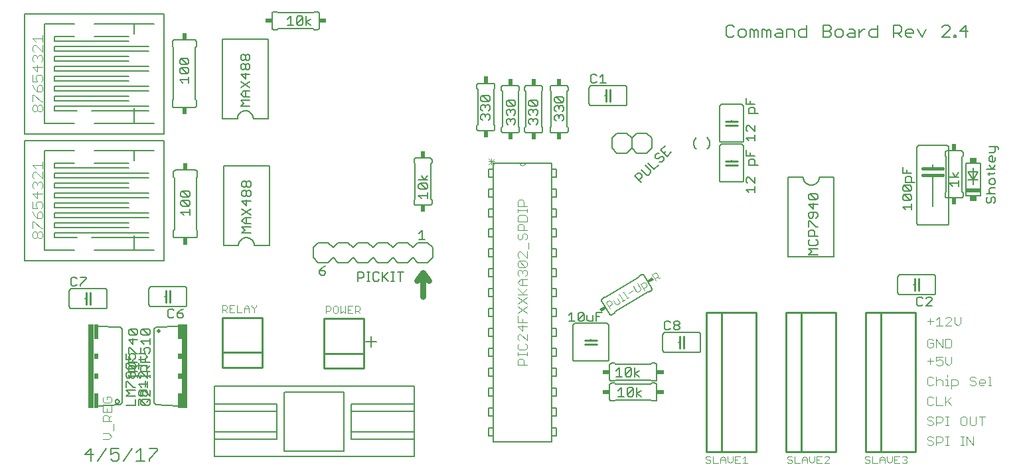
<source format=gto>
G75*
%MOIN*%
%OFA0B0*%
%FSLAX25Y25*%
%IPPOS*%
%LPD*%
%AMOC8*
5,1,8,0,0,1.08239X$1,22.5*
%
%ADD10C,0.00600*%
%ADD11C,0.00400*%
%ADD12C,0.00500*%
%ADD13C,0.00700*%
%ADD14C,0.03000*%
%ADD15C,0.01000*%
%ADD16R,0.02400X0.03400*%
%ADD17R,0.03400X0.02400*%
%ADD18C,0.00000*%
%ADD19C,0.00300*%
%ADD20C,0.01600*%
%ADD21R,0.07362X0.02000*%
%ADD22R,0.03346X0.02500*%
%ADD23C,0.02000*%
%ADD24R,0.03000X0.42000*%
%ADD25R,0.02000X0.07500*%
%ADD26R,0.02000X0.03000*%
%ADD27R,0.03000X0.01500*%
D10*
X0034595Y0064233D02*
X0034595Y0070639D01*
X0031393Y0067436D01*
X0035663Y0067436D01*
X0037838Y0064233D02*
X0042108Y0070639D01*
X0044284Y0070639D02*
X0044284Y0067436D01*
X0046419Y0068503D01*
X0047486Y0068503D01*
X0048554Y0067436D01*
X0048554Y0065301D01*
X0047486Y0064233D01*
X0045351Y0064233D01*
X0044284Y0065301D01*
X0044284Y0070639D02*
X0048554Y0070639D01*
X0054999Y0070639D02*
X0050729Y0064233D01*
X0057175Y0064233D02*
X0061445Y0064233D01*
X0059310Y0064233D02*
X0059310Y0070639D01*
X0057175Y0068503D01*
X0063620Y0070639D02*
X0067890Y0070639D01*
X0067890Y0069571D01*
X0063620Y0065301D01*
X0063620Y0064233D01*
X0067093Y0092433D02*
X0078593Y0091933D01*
X0067093Y0092433D02*
X0066093Y0093433D01*
X0066093Y0130433D01*
X0067093Y0131433D01*
X0078593Y0131933D01*
X0081593Y0141933D02*
X0064593Y0141933D01*
X0064533Y0141935D01*
X0064472Y0141940D01*
X0064413Y0141949D01*
X0064354Y0141962D01*
X0064295Y0141978D01*
X0064238Y0141998D01*
X0064183Y0142021D01*
X0064128Y0142048D01*
X0064076Y0142077D01*
X0064025Y0142110D01*
X0063976Y0142146D01*
X0063930Y0142184D01*
X0063886Y0142226D01*
X0063844Y0142270D01*
X0063806Y0142316D01*
X0063770Y0142365D01*
X0063737Y0142416D01*
X0063708Y0142468D01*
X0063681Y0142523D01*
X0063658Y0142578D01*
X0063638Y0142635D01*
X0063622Y0142694D01*
X0063609Y0142753D01*
X0063600Y0142812D01*
X0063595Y0142873D01*
X0063593Y0142933D01*
X0063593Y0150933D01*
X0063595Y0150993D01*
X0063600Y0151054D01*
X0063609Y0151113D01*
X0063622Y0151172D01*
X0063638Y0151231D01*
X0063658Y0151288D01*
X0063681Y0151343D01*
X0063708Y0151398D01*
X0063737Y0151450D01*
X0063770Y0151501D01*
X0063806Y0151550D01*
X0063844Y0151596D01*
X0063886Y0151640D01*
X0063930Y0151682D01*
X0063976Y0151720D01*
X0064025Y0151756D01*
X0064076Y0151789D01*
X0064128Y0151818D01*
X0064183Y0151845D01*
X0064238Y0151868D01*
X0064295Y0151888D01*
X0064354Y0151904D01*
X0064413Y0151917D01*
X0064472Y0151926D01*
X0064533Y0151931D01*
X0064593Y0151933D01*
X0081593Y0151933D01*
X0081653Y0151931D01*
X0081714Y0151926D01*
X0081773Y0151917D01*
X0081832Y0151904D01*
X0081891Y0151888D01*
X0081948Y0151868D01*
X0082003Y0151845D01*
X0082058Y0151818D01*
X0082110Y0151789D01*
X0082161Y0151756D01*
X0082210Y0151720D01*
X0082256Y0151682D01*
X0082300Y0151640D01*
X0082342Y0151596D01*
X0082380Y0151550D01*
X0082416Y0151501D01*
X0082449Y0151450D01*
X0082478Y0151398D01*
X0082505Y0151343D01*
X0082528Y0151288D01*
X0082548Y0151231D01*
X0082564Y0151172D01*
X0082577Y0151113D01*
X0082586Y0151054D01*
X0082591Y0150993D01*
X0082593Y0150933D01*
X0082593Y0142933D01*
X0082591Y0142873D01*
X0082586Y0142812D01*
X0082577Y0142753D01*
X0082564Y0142694D01*
X0082548Y0142635D01*
X0082528Y0142578D01*
X0082505Y0142523D01*
X0082478Y0142468D01*
X0082449Y0142416D01*
X0082416Y0142365D01*
X0082380Y0142316D01*
X0082342Y0142270D01*
X0082300Y0142226D01*
X0082256Y0142184D01*
X0082210Y0142146D01*
X0082161Y0142110D01*
X0082110Y0142077D01*
X0082058Y0142048D01*
X0082003Y0142021D01*
X0081948Y0141998D01*
X0081891Y0141978D01*
X0081832Y0141962D01*
X0081773Y0141949D01*
X0081714Y0141940D01*
X0081653Y0141935D01*
X0081593Y0141933D01*
X0074593Y0146933D02*
X0074093Y0146933D01*
X0072093Y0146933D02*
X0071593Y0146933D01*
X0042593Y0149933D02*
X0042593Y0141933D01*
X0042591Y0141873D01*
X0042586Y0141812D01*
X0042577Y0141753D01*
X0042564Y0141694D01*
X0042548Y0141635D01*
X0042528Y0141578D01*
X0042505Y0141523D01*
X0042478Y0141468D01*
X0042449Y0141416D01*
X0042416Y0141365D01*
X0042380Y0141316D01*
X0042342Y0141270D01*
X0042300Y0141226D01*
X0042256Y0141184D01*
X0042210Y0141146D01*
X0042161Y0141110D01*
X0042110Y0141077D01*
X0042058Y0141048D01*
X0042003Y0141021D01*
X0041948Y0140998D01*
X0041891Y0140978D01*
X0041832Y0140962D01*
X0041773Y0140949D01*
X0041714Y0140940D01*
X0041653Y0140935D01*
X0041593Y0140933D01*
X0024593Y0140933D01*
X0024533Y0140935D01*
X0024472Y0140940D01*
X0024413Y0140949D01*
X0024354Y0140962D01*
X0024295Y0140978D01*
X0024238Y0140998D01*
X0024183Y0141021D01*
X0024128Y0141048D01*
X0024076Y0141077D01*
X0024025Y0141110D01*
X0023976Y0141146D01*
X0023930Y0141184D01*
X0023886Y0141226D01*
X0023844Y0141270D01*
X0023806Y0141316D01*
X0023770Y0141365D01*
X0023737Y0141416D01*
X0023708Y0141468D01*
X0023681Y0141523D01*
X0023658Y0141578D01*
X0023638Y0141635D01*
X0023622Y0141694D01*
X0023609Y0141753D01*
X0023600Y0141812D01*
X0023595Y0141873D01*
X0023593Y0141933D01*
X0023593Y0149933D01*
X0023595Y0149993D01*
X0023600Y0150054D01*
X0023609Y0150113D01*
X0023622Y0150172D01*
X0023638Y0150231D01*
X0023658Y0150288D01*
X0023681Y0150343D01*
X0023708Y0150398D01*
X0023737Y0150450D01*
X0023770Y0150501D01*
X0023806Y0150550D01*
X0023844Y0150596D01*
X0023886Y0150640D01*
X0023930Y0150682D01*
X0023976Y0150720D01*
X0024025Y0150756D01*
X0024076Y0150789D01*
X0024128Y0150818D01*
X0024183Y0150845D01*
X0024238Y0150868D01*
X0024295Y0150888D01*
X0024354Y0150904D01*
X0024413Y0150917D01*
X0024472Y0150926D01*
X0024533Y0150931D01*
X0024593Y0150933D01*
X0041593Y0150933D01*
X0041653Y0150931D01*
X0041714Y0150926D01*
X0041773Y0150917D01*
X0041832Y0150904D01*
X0041891Y0150888D01*
X0041948Y0150868D01*
X0042003Y0150845D01*
X0042058Y0150818D01*
X0042110Y0150789D01*
X0042161Y0150756D01*
X0042210Y0150720D01*
X0042256Y0150682D01*
X0042300Y0150640D01*
X0042342Y0150596D01*
X0042380Y0150550D01*
X0042416Y0150501D01*
X0042449Y0150450D01*
X0042478Y0150398D01*
X0042505Y0150343D01*
X0042528Y0150288D01*
X0042548Y0150231D01*
X0042564Y0150172D01*
X0042577Y0150113D01*
X0042586Y0150054D01*
X0042591Y0149993D01*
X0042593Y0149933D01*
X0034593Y0145933D02*
X0034093Y0145933D01*
X0032093Y0145933D02*
X0031593Y0145933D01*
X0075843Y0177433D02*
X0075843Y0179933D01*
X0076343Y0180433D01*
X0076343Y0206433D01*
X0075843Y0206933D01*
X0075843Y0209433D01*
X0075845Y0209493D01*
X0075850Y0209554D01*
X0075859Y0209613D01*
X0075872Y0209672D01*
X0075888Y0209731D01*
X0075908Y0209788D01*
X0075931Y0209843D01*
X0075958Y0209898D01*
X0075987Y0209950D01*
X0076020Y0210001D01*
X0076056Y0210050D01*
X0076094Y0210096D01*
X0076136Y0210140D01*
X0076180Y0210182D01*
X0076226Y0210220D01*
X0076275Y0210256D01*
X0076326Y0210289D01*
X0076378Y0210318D01*
X0076433Y0210345D01*
X0076488Y0210368D01*
X0076545Y0210388D01*
X0076604Y0210404D01*
X0076663Y0210417D01*
X0076722Y0210426D01*
X0076783Y0210431D01*
X0076843Y0210433D01*
X0086843Y0210433D01*
X0086903Y0210431D01*
X0086964Y0210426D01*
X0087023Y0210417D01*
X0087082Y0210404D01*
X0087141Y0210388D01*
X0087198Y0210368D01*
X0087253Y0210345D01*
X0087308Y0210318D01*
X0087360Y0210289D01*
X0087411Y0210256D01*
X0087460Y0210220D01*
X0087506Y0210182D01*
X0087550Y0210140D01*
X0087592Y0210096D01*
X0087630Y0210050D01*
X0087666Y0210001D01*
X0087699Y0209950D01*
X0087728Y0209898D01*
X0087755Y0209843D01*
X0087778Y0209788D01*
X0087798Y0209731D01*
X0087814Y0209672D01*
X0087827Y0209613D01*
X0087836Y0209554D01*
X0087841Y0209493D01*
X0087843Y0209433D01*
X0087843Y0206933D01*
X0087343Y0206433D01*
X0087343Y0180433D01*
X0087843Y0179933D01*
X0087843Y0177433D01*
X0087841Y0177373D01*
X0087836Y0177312D01*
X0087827Y0177253D01*
X0087814Y0177194D01*
X0087798Y0177135D01*
X0087778Y0177078D01*
X0087755Y0177023D01*
X0087728Y0176968D01*
X0087699Y0176916D01*
X0087666Y0176865D01*
X0087630Y0176816D01*
X0087592Y0176770D01*
X0087550Y0176726D01*
X0087506Y0176684D01*
X0087460Y0176646D01*
X0087411Y0176610D01*
X0087360Y0176577D01*
X0087308Y0176548D01*
X0087253Y0176521D01*
X0087198Y0176498D01*
X0087141Y0176478D01*
X0087082Y0176462D01*
X0087023Y0176449D01*
X0086964Y0176440D01*
X0086903Y0176435D01*
X0086843Y0176433D01*
X0076843Y0176433D01*
X0076783Y0176435D01*
X0076722Y0176440D01*
X0076663Y0176449D01*
X0076604Y0176462D01*
X0076545Y0176478D01*
X0076488Y0176498D01*
X0076433Y0176521D01*
X0076378Y0176548D01*
X0076326Y0176577D01*
X0076275Y0176610D01*
X0076226Y0176646D01*
X0076180Y0176684D01*
X0076136Y0176726D01*
X0076094Y0176770D01*
X0076056Y0176816D01*
X0076020Y0176865D01*
X0075987Y0176916D01*
X0075958Y0176968D01*
X0075931Y0177023D01*
X0075908Y0177078D01*
X0075888Y0177135D01*
X0075872Y0177194D01*
X0075859Y0177253D01*
X0075850Y0177312D01*
X0075845Y0177373D01*
X0075843Y0177433D01*
X0100968Y0172558D02*
X0108468Y0172558D01*
X0108470Y0172684D01*
X0108476Y0172809D01*
X0108486Y0172934D01*
X0108500Y0173059D01*
X0108517Y0173184D01*
X0108539Y0173308D01*
X0108564Y0173431D01*
X0108594Y0173553D01*
X0108627Y0173674D01*
X0108664Y0173794D01*
X0108704Y0173913D01*
X0108749Y0174030D01*
X0108797Y0174147D01*
X0108849Y0174261D01*
X0108904Y0174374D01*
X0108963Y0174485D01*
X0109025Y0174594D01*
X0109091Y0174701D01*
X0109160Y0174806D01*
X0109232Y0174909D01*
X0109307Y0175010D01*
X0109386Y0175108D01*
X0109468Y0175203D01*
X0109552Y0175296D01*
X0109640Y0175386D01*
X0109730Y0175474D01*
X0109823Y0175558D01*
X0109918Y0175640D01*
X0110016Y0175719D01*
X0110117Y0175794D01*
X0110220Y0175866D01*
X0110325Y0175935D01*
X0110432Y0176001D01*
X0110541Y0176063D01*
X0110652Y0176122D01*
X0110765Y0176177D01*
X0110879Y0176229D01*
X0110996Y0176277D01*
X0111113Y0176322D01*
X0111232Y0176362D01*
X0111352Y0176399D01*
X0111473Y0176432D01*
X0111595Y0176462D01*
X0111718Y0176487D01*
X0111842Y0176509D01*
X0111967Y0176526D01*
X0112092Y0176540D01*
X0112217Y0176550D01*
X0112342Y0176556D01*
X0112468Y0176558D01*
X0112594Y0176556D01*
X0112719Y0176550D01*
X0112844Y0176540D01*
X0112969Y0176526D01*
X0113094Y0176509D01*
X0113218Y0176487D01*
X0113341Y0176462D01*
X0113463Y0176432D01*
X0113584Y0176399D01*
X0113704Y0176362D01*
X0113823Y0176322D01*
X0113940Y0176277D01*
X0114057Y0176229D01*
X0114171Y0176177D01*
X0114284Y0176122D01*
X0114395Y0176063D01*
X0114504Y0176001D01*
X0114611Y0175935D01*
X0114716Y0175866D01*
X0114819Y0175794D01*
X0114920Y0175719D01*
X0115018Y0175640D01*
X0115113Y0175558D01*
X0115206Y0175474D01*
X0115296Y0175386D01*
X0115384Y0175296D01*
X0115468Y0175203D01*
X0115550Y0175108D01*
X0115629Y0175010D01*
X0115704Y0174909D01*
X0115776Y0174806D01*
X0115845Y0174701D01*
X0115911Y0174594D01*
X0115973Y0174485D01*
X0116032Y0174374D01*
X0116087Y0174261D01*
X0116139Y0174147D01*
X0116187Y0174030D01*
X0116232Y0173913D01*
X0116272Y0173794D01*
X0116309Y0173674D01*
X0116342Y0173553D01*
X0116372Y0173431D01*
X0116397Y0173308D01*
X0116419Y0173184D01*
X0116436Y0173059D01*
X0116450Y0172934D01*
X0116460Y0172809D01*
X0116466Y0172684D01*
X0116468Y0172558D01*
X0123968Y0172558D01*
X0123968Y0212558D01*
X0100968Y0212558D01*
X0100968Y0172558D01*
X0146093Y0171433D02*
X0146093Y0166433D01*
X0148593Y0163933D01*
X0153593Y0163933D01*
X0156093Y0166433D01*
X0158593Y0163933D01*
X0163593Y0163933D01*
X0166093Y0166433D01*
X0168593Y0163933D01*
X0173593Y0163933D01*
X0176093Y0166433D01*
X0178593Y0163933D01*
X0183593Y0163933D01*
X0186093Y0166433D01*
X0188593Y0163933D01*
X0193593Y0163933D01*
X0196093Y0166433D01*
X0198593Y0163933D01*
X0203593Y0163933D01*
X0206093Y0166433D01*
X0206093Y0171433D01*
X0203593Y0173933D01*
X0198593Y0173933D01*
X0196093Y0171433D01*
X0193593Y0173933D01*
X0188593Y0173933D01*
X0186093Y0171433D01*
X0183593Y0173933D01*
X0178593Y0173933D01*
X0176093Y0171433D01*
X0173593Y0173933D01*
X0168593Y0173933D01*
X0166093Y0171433D01*
X0163593Y0173933D01*
X0158593Y0173933D01*
X0156093Y0171433D01*
X0153593Y0173933D01*
X0148593Y0173933D01*
X0146093Y0171433D01*
X0196637Y0193876D02*
X0196637Y0195376D01*
X0197137Y0195876D01*
X0197137Y0213601D01*
X0196637Y0214101D01*
X0196637Y0215601D01*
X0196639Y0215661D01*
X0196644Y0215722D01*
X0196653Y0215781D01*
X0196666Y0215840D01*
X0196682Y0215899D01*
X0196702Y0215956D01*
X0196725Y0216011D01*
X0196752Y0216066D01*
X0196781Y0216118D01*
X0196814Y0216169D01*
X0196850Y0216218D01*
X0196888Y0216264D01*
X0196930Y0216308D01*
X0196974Y0216350D01*
X0197020Y0216388D01*
X0197069Y0216424D01*
X0197120Y0216457D01*
X0197172Y0216486D01*
X0197227Y0216513D01*
X0197282Y0216536D01*
X0197339Y0216556D01*
X0197398Y0216572D01*
X0197457Y0216585D01*
X0197516Y0216594D01*
X0197577Y0216599D01*
X0197637Y0216601D01*
X0204637Y0216601D01*
X0204697Y0216599D01*
X0204758Y0216594D01*
X0204817Y0216585D01*
X0204876Y0216572D01*
X0204935Y0216556D01*
X0204992Y0216536D01*
X0205047Y0216513D01*
X0205102Y0216486D01*
X0205154Y0216457D01*
X0205205Y0216424D01*
X0205254Y0216388D01*
X0205300Y0216350D01*
X0205344Y0216308D01*
X0205386Y0216264D01*
X0205424Y0216218D01*
X0205460Y0216169D01*
X0205493Y0216118D01*
X0205522Y0216066D01*
X0205549Y0216011D01*
X0205572Y0215956D01*
X0205592Y0215899D01*
X0205608Y0215840D01*
X0205621Y0215781D01*
X0205630Y0215722D01*
X0205635Y0215661D01*
X0205637Y0215601D01*
X0205637Y0214101D01*
X0205137Y0213601D01*
X0205137Y0195876D01*
X0205637Y0195376D01*
X0205637Y0193876D01*
X0205635Y0193816D01*
X0205630Y0193755D01*
X0205621Y0193696D01*
X0205608Y0193637D01*
X0205592Y0193578D01*
X0205572Y0193521D01*
X0205549Y0193466D01*
X0205522Y0193411D01*
X0205493Y0193359D01*
X0205460Y0193308D01*
X0205424Y0193259D01*
X0205386Y0193213D01*
X0205344Y0193169D01*
X0205300Y0193127D01*
X0205254Y0193089D01*
X0205205Y0193053D01*
X0205154Y0193020D01*
X0205102Y0192991D01*
X0205047Y0192964D01*
X0204992Y0192941D01*
X0204935Y0192921D01*
X0204876Y0192905D01*
X0204817Y0192892D01*
X0204758Y0192883D01*
X0204697Y0192878D01*
X0204637Y0192876D01*
X0197637Y0192876D01*
X0197577Y0192878D01*
X0197516Y0192883D01*
X0197457Y0192892D01*
X0197398Y0192905D01*
X0197339Y0192921D01*
X0197282Y0192941D01*
X0197227Y0192964D01*
X0197172Y0192991D01*
X0197120Y0193020D01*
X0197069Y0193053D01*
X0197020Y0193089D01*
X0196974Y0193127D01*
X0196930Y0193169D01*
X0196888Y0193213D01*
X0196850Y0193259D01*
X0196814Y0193308D01*
X0196781Y0193359D01*
X0196752Y0193411D01*
X0196725Y0193466D01*
X0196702Y0193521D01*
X0196682Y0193578D01*
X0196666Y0193637D01*
X0196653Y0193696D01*
X0196644Y0193755D01*
X0196639Y0193816D01*
X0196637Y0193876D01*
X0234093Y0190933D02*
X0234093Y0186933D01*
X0236293Y0186933D01*
X0236293Y0190933D01*
X0234093Y0190933D01*
X0234093Y0196933D02*
X0236293Y0196933D01*
X0236293Y0200933D01*
X0234093Y0200933D01*
X0234093Y0196933D01*
X0234093Y0206933D02*
X0236293Y0206933D01*
X0236293Y0210933D01*
X0234093Y0210933D01*
X0234093Y0206933D01*
X0236293Y0213933D02*
X0236293Y0073933D01*
X0265893Y0073933D01*
X0265893Y0213933D01*
X0252293Y0213933D01*
X0249893Y0213933D01*
X0236293Y0213933D01*
X0241468Y0229308D02*
X0248468Y0229308D01*
X0248528Y0229310D01*
X0248589Y0229315D01*
X0248648Y0229324D01*
X0248707Y0229337D01*
X0248766Y0229353D01*
X0248823Y0229373D01*
X0248878Y0229396D01*
X0248933Y0229423D01*
X0248985Y0229452D01*
X0249036Y0229485D01*
X0249085Y0229521D01*
X0249131Y0229559D01*
X0249175Y0229601D01*
X0249217Y0229645D01*
X0249255Y0229691D01*
X0249291Y0229740D01*
X0249324Y0229791D01*
X0249353Y0229843D01*
X0249380Y0229898D01*
X0249403Y0229953D01*
X0249423Y0230010D01*
X0249439Y0230069D01*
X0249452Y0230128D01*
X0249461Y0230187D01*
X0249466Y0230248D01*
X0249468Y0230308D01*
X0249468Y0231808D01*
X0248968Y0232308D01*
X0248968Y0250033D01*
X0249468Y0250533D01*
X0249468Y0252033D01*
X0249466Y0252093D01*
X0249461Y0252154D01*
X0249452Y0252213D01*
X0249439Y0252272D01*
X0249423Y0252331D01*
X0249403Y0252388D01*
X0249380Y0252443D01*
X0249353Y0252498D01*
X0249324Y0252550D01*
X0249291Y0252601D01*
X0249255Y0252650D01*
X0249217Y0252696D01*
X0249175Y0252740D01*
X0249131Y0252782D01*
X0249085Y0252820D01*
X0249036Y0252856D01*
X0248985Y0252889D01*
X0248933Y0252918D01*
X0248878Y0252945D01*
X0248823Y0252968D01*
X0248766Y0252988D01*
X0248707Y0253004D01*
X0248648Y0253017D01*
X0248589Y0253026D01*
X0248528Y0253031D01*
X0248468Y0253033D01*
X0241468Y0253033D01*
X0241408Y0253031D01*
X0241347Y0253026D01*
X0241288Y0253017D01*
X0241229Y0253004D01*
X0241170Y0252988D01*
X0241113Y0252968D01*
X0241058Y0252945D01*
X0241003Y0252918D01*
X0240951Y0252889D01*
X0240900Y0252856D01*
X0240851Y0252820D01*
X0240805Y0252782D01*
X0240761Y0252740D01*
X0240719Y0252696D01*
X0240681Y0252650D01*
X0240645Y0252601D01*
X0240612Y0252550D01*
X0240583Y0252498D01*
X0240556Y0252443D01*
X0240533Y0252388D01*
X0240513Y0252331D01*
X0240497Y0252272D01*
X0240484Y0252213D01*
X0240475Y0252154D01*
X0240470Y0252093D01*
X0240468Y0252033D01*
X0240468Y0250533D01*
X0240968Y0250033D01*
X0240968Y0232308D01*
X0240468Y0231808D01*
X0240468Y0230308D01*
X0240470Y0230248D01*
X0240475Y0230187D01*
X0240484Y0230128D01*
X0240497Y0230069D01*
X0240513Y0230010D01*
X0240533Y0229953D01*
X0240556Y0229898D01*
X0240583Y0229843D01*
X0240612Y0229791D01*
X0240645Y0229740D01*
X0240681Y0229691D01*
X0240719Y0229645D01*
X0240761Y0229601D01*
X0240805Y0229559D01*
X0240851Y0229521D01*
X0240900Y0229485D01*
X0240951Y0229452D01*
X0241003Y0229423D01*
X0241058Y0229396D01*
X0241113Y0229373D01*
X0241170Y0229353D01*
X0241229Y0229337D01*
X0241288Y0229324D01*
X0241347Y0229315D01*
X0241408Y0229310D01*
X0241468Y0229308D01*
X0237218Y0231333D02*
X0237218Y0232833D01*
X0236718Y0233333D01*
X0236718Y0251058D01*
X0237218Y0251558D01*
X0237218Y0253058D01*
X0237216Y0253118D01*
X0237211Y0253179D01*
X0237202Y0253238D01*
X0237189Y0253297D01*
X0237173Y0253356D01*
X0237153Y0253413D01*
X0237130Y0253468D01*
X0237103Y0253523D01*
X0237074Y0253575D01*
X0237041Y0253626D01*
X0237005Y0253675D01*
X0236967Y0253721D01*
X0236925Y0253765D01*
X0236881Y0253807D01*
X0236835Y0253845D01*
X0236786Y0253881D01*
X0236735Y0253914D01*
X0236683Y0253943D01*
X0236628Y0253970D01*
X0236573Y0253993D01*
X0236516Y0254013D01*
X0236457Y0254029D01*
X0236398Y0254042D01*
X0236339Y0254051D01*
X0236278Y0254056D01*
X0236218Y0254058D01*
X0229218Y0254058D01*
X0229158Y0254056D01*
X0229097Y0254051D01*
X0229038Y0254042D01*
X0228979Y0254029D01*
X0228920Y0254013D01*
X0228863Y0253993D01*
X0228808Y0253970D01*
X0228753Y0253943D01*
X0228701Y0253914D01*
X0228650Y0253881D01*
X0228601Y0253845D01*
X0228555Y0253807D01*
X0228511Y0253765D01*
X0228469Y0253721D01*
X0228431Y0253675D01*
X0228395Y0253626D01*
X0228362Y0253575D01*
X0228333Y0253523D01*
X0228306Y0253468D01*
X0228283Y0253413D01*
X0228263Y0253356D01*
X0228247Y0253297D01*
X0228234Y0253238D01*
X0228225Y0253179D01*
X0228220Y0253118D01*
X0228218Y0253058D01*
X0228218Y0251558D01*
X0228718Y0251058D01*
X0228718Y0233333D01*
X0228218Y0232833D01*
X0228218Y0231333D01*
X0228220Y0231273D01*
X0228225Y0231212D01*
X0228234Y0231153D01*
X0228247Y0231094D01*
X0228263Y0231035D01*
X0228283Y0230978D01*
X0228306Y0230923D01*
X0228333Y0230868D01*
X0228362Y0230816D01*
X0228395Y0230765D01*
X0228431Y0230716D01*
X0228469Y0230670D01*
X0228511Y0230626D01*
X0228555Y0230584D01*
X0228601Y0230546D01*
X0228650Y0230510D01*
X0228701Y0230477D01*
X0228753Y0230448D01*
X0228808Y0230421D01*
X0228863Y0230398D01*
X0228920Y0230378D01*
X0228979Y0230362D01*
X0229038Y0230349D01*
X0229097Y0230340D01*
X0229158Y0230335D01*
X0229218Y0230333D01*
X0236218Y0230333D01*
X0236278Y0230335D01*
X0236339Y0230340D01*
X0236398Y0230349D01*
X0236457Y0230362D01*
X0236516Y0230378D01*
X0236573Y0230398D01*
X0236628Y0230421D01*
X0236683Y0230448D01*
X0236735Y0230477D01*
X0236786Y0230510D01*
X0236835Y0230546D01*
X0236881Y0230584D01*
X0236925Y0230626D01*
X0236967Y0230670D01*
X0237005Y0230716D01*
X0237041Y0230765D01*
X0237074Y0230816D01*
X0237103Y0230868D01*
X0237130Y0230923D01*
X0237153Y0230978D01*
X0237173Y0231035D01*
X0237189Y0231094D01*
X0237202Y0231153D01*
X0237211Y0231212D01*
X0237216Y0231273D01*
X0237218Y0231333D01*
X0252218Y0231808D02*
X0252718Y0232308D01*
X0252718Y0250033D01*
X0252218Y0250533D01*
X0252218Y0252033D01*
X0252220Y0252093D01*
X0252225Y0252154D01*
X0252234Y0252213D01*
X0252247Y0252272D01*
X0252263Y0252331D01*
X0252283Y0252388D01*
X0252306Y0252443D01*
X0252333Y0252498D01*
X0252362Y0252550D01*
X0252395Y0252601D01*
X0252431Y0252650D01*
X0252469Y0252696D01*
X0252511Y0252740D01*
X0252555Y0252782D01*
X0252601Y0252820D01*
X0252650Y0252856D01*
X0252701Y0252889D01*
X0252753Y0252918D01*
X0252808Y0252945D01*
X0252863Y0252968D01*
X0252920Y0252988D01*
X0252979Y0253004D01*
X0253038Y0253017D01*
X0253097Y0253026D01*
X0253158Y0253031D01*
X0253218Y0253033D01*
X0260218Y0253033D01*
X0260278Y0253031D01*
X0260339Y0253026D01*
X0260398Y0253017D01*
X0260457Y0253004D01*
X0260516Y0252988D01*
X0260573Y0252968D01*
X0260628Y0252945D01*
X0260683Y0252918D01*
X0260735Y0252889D01*
X0260786Y0252856D01*
X0260835Y0252820D01*
X0260881Y0252782D01*
X0260925Y0252740D01*
X0260967Y0252696D01*
X0261005Y0252650D01*
X0261041Y0252601D01*
X0261074Y0252550D01*
X0261103Y0252498D01*
X0261130Y0252443D01*
X0261153Y0252388D01*
X0261173Y0252331D01*
X0261189Y0252272D01*
X0261202Y0252213D01*
X0261211Y0252154D01*
X0261216Y0252093D01*
X0261218Y0252033D01*
X0261218Y0250533D01*
X0260718Y0250033D01*
X0260718Y0232308D01*
X0261218Y0231808D01*
X0261218Y0230308D01*
X0261216Y0230248D01*
X0261211Y0230187D01*
X0261202Y0230128D01*
X0261189Y0230069D01*
X0261173Y0230010D01*
X0261153Y0229953D01*
X0261130Y0229898D01*
X0261103Y0229843D01*
X0261074Y0229791D01*
X0261041Y0229740D01*
X0261005Y0229691D01*
X0260967Y0229645D01*
X0260925Y0229601D01*
X0260881Y0229559D01*
X0260835Y0229521D01*
X0260786Y0229485D01*
X0260735Y0229452D01*
X0260683Y0229423D01*
X0260628Y0229396D01*
X0260573Y0229373D01*
X0260516Y0229353D01*
X0260457Y0229337D01*
X0260398Y0229324D01*
X0260339Y0229315D01*
X0260278Y0229310D01*
X0260218Y0229308D01*
X0253218Y0229308D01*
X0253158Y0229310D01*
X0253097Y0229315D01*
X0253038Y0229324D01*
X0252979Y0229337D01*
X0252920Y0229353D01*
X0252863Y0229373D01*
X0252808Y0229396D01*
X0252753Y0229423D01*
X0252701Y0229452D01*
X0252650Y0229485D01*
X0252601Y0229521D01*
X0252555Y0229559D01*
X0252511Y0229601D01*
X0252469Y0229645D01*
X0252431Y0229691D01*
X0252395Y0229740D01*
X0252362Y0229791D01*
X0252333Y0229843D01*
X0252306Y0229898D01*
X0252283Y0229953D01*
X0252263Y0230010D01*
X0252247Y0230069D01*
X0252234Y0230128D01*
X0252225Y0230187D01*
X0252220Y0230248D01*
X0252218Y0230308D01*
X0252218Y0231808D01*
X0264968Y0231808D02*
X0265468Y0232308D01*
X0265468Y0250033D01*
X0264968Y0250533D01*
X0264968Y0252033D01*
X0264970Y0252093D01*
X0264975Y0252154D01*
X0264984Y0252213D01*
X0264997Y0252272D01*
X0265013Y0252331D01*
X0265033Y0252388D01*
X0265056Y0252443D01*
X0265083Y0252498D01*
X0265112Y0252550D01*
X0265145Y0252601D01*
X0265181Y0252650D01*
X0265219Y0252696D01*
X0265261Y0252740D01*
X0265305Y0252782D01*
X0265351Y0252820D01*
X0265400Y0252856D01*
X0265451Y0252889D01*
X0265503Y0252918D01*
X0265558Y0252945D01*
X0265613Y0252968D01*
X0265670Y0252988D01*
X0265729Y0253004D01*
X0265788Y0253017D01*
X0265847Y0253026D01*
X0265908Y0253031D01*
X0265968Y0253033D01*
X0272968Y0253033D01*
X0273028Y0253031D01*
X0273089Y0253026D01*
X0273148Y0253017D01*
X0273207Y0253004D01*
X0273266Y0252988D01*
X0273323Y0252968D01*
X0273378Y0252945D01*
X0273433Y0252918D01*
X0273485Y0252889D01*
X0273536Y0252856D01*
X0273585Y0252820D01*
X0273631Y0252782D01*
X0273675Y0252740D01*
X0273717Y0252696D01*
X0273755Y0252650D01*
X0273791Y0252601D01*
X0273824Y0252550D01*
X0273853Y0252498D01*
X0273880Y0252443D01*
X0273903Y0252388D01*
X0273923Y0252331D01*
X0273939Y0252272D01*
X0273952Y0252213D01*
X0273961Y0252154D01*
X0273966Y0252093D01*
X0273968Y0252033D01*
X0273968Y0250533D01*
X0273468Y0250033D01*
X0273468Y0232308D01*
X0273968Y0231808D01*
X0273968Y0230308D01*
X0273966Y0230248D01*
X0273961Y0230187D01*
X0273952Y0230128D01*
X0273939Y0230069D01*
X0273923Y0230010D01*
X0273903Y0229953D01*
X0273880Y0229898D01*
X0273853Y0229843D01*
X0273824Y0229791D01*
X0273791Y0229740D01*
X0273755Y0229691D01*
X0273717Y0229645D01*
X0273675Y0229601D01*
X0273631Y0229559D01*
X0273585Y0229521D01*
X0273536Y0229485D01*
X0273485Y0229452D01*
X0273433Y0229423D01*
X0273378Y0229396D01*
X0273323Y0229373D01*
X0273266Y0229353D01*
X0273207Y0229337D01*
X0273148Y0229324D01*
X0273089Y0229315D01*
X0273028Y0229310D01*
X0272968Y0229308D01*
X0265968Y0229308D01*
X0265908Y0229310D01*
X0265847Y0229315D01*
X0265788Y0229324D01*
X0265729Y0229337D01*
X0265670Y0229353D01*
X0265613Y0229373D01*
X0265558Y0229396D01*
X0265503Y0229423D01*
X0265451Y0229452D01*
X0265400Y0229485D01*
X0265351Y0229521D01*
X0265305Y0229559D01*
X0265261Y0229601D01*
X0265219Y0229645D01*
X0265181Y0229691D01*
X0265145Y0229740D01*
X0265112Y0229791D01*
X0265083Y0229843D01*
X0265056Y0229898D01*
X0265033Y0229953D01*
X0265013Y0230010D01*
X0264997Y0230069D01*
X0264984Y0230128D01*
X0264975Y0230187D01*
X0264970Y0230248D01*
X0264968Y0230308D01*
X0264968Y0231808D01*
X0284593Y0243933D02*
X0284593Y0251933D01*
X0284595Y0251993D01*
X0284600Y0252054D01*
X0284609Y0252113D01*
X0284622Y0252172D01*
X0284638Y0252231D01*
X0284658Y0252288D01*
X0284681Y0252343D01*
X0284708Y0252398D01*
X0284737Y0252450D01*
X0284770Y0252501D01*
X0284806Y0252550D01*
X0284844Y0252596D01*
X0284886Y0252640D01*
X0284930Y0252682D01*
X0284976Y0252720D01*
X0285025Y0252756D01*
X0285076Y0252789D01*
X0285128Y0252818D01*
X0285183Y0252845D01*
X0285238Y0252868D01*
X0285295Y0252888D01*
X0285354Y0252904D01*
X0285413Y0252917D01*
X0285472Y0252926D01*
X0285533Y0252931D01*
X0285593Y0252933D01*
X0302593Y0252933D01*
X0302653Y0252931D01*
X0302714Y0252926D01*
X0302773Y0252917D01*
X0302832Y0252904D01*
X0302891Y0252888D01*
X0302948Y0252868D01*
X0303003Y0252845D01*
X0303058Y0252818D01*
X0303110Y0252789D01*
X0303161Y0252756D01*
X0303210Y0252720D01*
X0303256Y0252682D01*
X0303300Y0252640D01*
X0303342Y0252596D01*
X0303380Y0252550D01*
X0303416Y0252501D01*
X0303449Y0252450D01*
X0303478Y0252398D01*
X0303505Y0252343D01*
X0303528Y0252288D01*
X0303548Y0252231D01*
X0303564Y0252172D01*
X0303577Y0252113D01*
X0303586Y0252054D01*
X0303591Y0251993D01*
X0303593Y0251933D01*
X0303593Y0243933D01*
X0303591Y0243873D01*
X0303586Y0243812D01*
X0303577Y0243753D01*
X0303564Y0243694D01*
X0303548Y0243635D01*
X0303528Y0243578D01*
X0303505Y0243523D01*
X0303478Y0243468D01*
X0303449Y0243416D01*
X0303416Y0243365D01*
X0303380Y0243316D01*
X0303342Y0243270D01*
X0303300Y0243226D01*
X0303256Y0243184D01*
X0303210Y0243146D01*
X0303161Y0243110D01*
X0303110Y0243077D01*
X0303058Y0243048D01*
X0303003Y0243021D01*
X0302948Y0242998D01*
X0302891Y0242978D01*
X0302832Y0242962D01*
X0302773Y0242949D01*
X0302714Y0242940D01*
X0302653Y0242935D01*
X0302593Y0242933D01*
X0285593Y0242933D01*
X0285533Y0242935D01*
X0285472Y0242940D01*
X0285413Y0242949D01*
X0285354Y0242962D01*
X0285295Y0242978D01*
X0285238Y0242998D01*
X0285183Y0243021D01*
X0285128Y0243048D01*
X0285076Y0243077D01*
X0285025Y0243110D01*
X0284976Y0243146D01*
X0284930Y0243184D01*
X0284886Y0243226D01*
X0284844Y0243270D01*
X0284806Y0243316D01*
X0284770Y0243365D01*
X0284737Y0243416D01*
X0284708Y0243468D01*
X0284681Y0243523D01*
X0284658Y0243578D01*
X0284638Y0243635D01*
X0284622Y0243694D01*
X0284609Y0243753D01*
X0284600Y0243812D01*
X0284595Y0243873D01*
X0284593Y0243933D01*
X0292593Y0247933D02*
X0293093Y0247933D01*
X0295093Y0247933D02*
X0295593Y0247933D01*
X0298593Y0228933D02*
X0303593Y0228933D01*
X0306093Y0226433D01*
X0308593Y0228933D01*
X0313593Y0228933D01*
X0316093Y0226433D01*
X0316093Y0221433D01*
X0313593Y0218933D01*
X0308593Y0218933D01*
X0306093Y0221433D01*
X0303593Y0218933D01*
X0298593Y0218933D01*
X0296093Y0221433D01*
X0296093Y0226433D01*
X0298593Y0228933D01*
X0306093Y0226433D02*
X0306093Y0221433D01*
X0343921Y0226762D02*
X0344009Y0226671D01*
X0344093Y0226578D01*
X0344175Y0226483D01*
X0344254Y0226385D01*
X0344329Y0226284D01*
X0344401Y0226181D01*
X0344470Y0226076D01*
X0344536Y0225969D01*
X0344598Y0225860D01*
X0344657Y0225749D01*
X0344712Y0225636D01*
X0344764Y0225522D01*
X0344812Y0225406D01*
X0344856Y0225288D01*
X0344897Y0225169D01*
X0344934Y0225049D01*
X0344967Y0224928D01*
X0344997Y0224806D01*
X0345022Y0224683D01*
X0345044Y0224559D01*
X0345061Y0224434D01*
X0345075Y0224310D01*
X0345085Y0224184D01*
X0345091Y0224059D01*
X0345093Y0223933D01*
X0338265Y0221104D02*
X0338177Y0221195D01*
X0338093Y0221288D01*
X0338011Y0221383D01*
X0337932Y0221481D01*
X0337857Y0221582D01*
X0337785Y0221685D01*
X0337716Y0221790D01*
X0337650Y0221897D01*
X0337588Y0222006D01*
X0337529Y0222117D01*
X0337474Y0222230D01*
X0337422Y0222344D01*
X0337374Y0222460D01*
X0337330Y0222578D01*
X0337289Y0222697D01*
X0337252Y0222817D01*
X0337219Y0222938D01*
X0337189Y0223060D01*
X0337164Y0223183D01*
X0337142Y0223307D01*
X0337125Y0223432D01*
X0337111Y0223556D01*
X0337101Y0223682D01*
X0337095Y0223807D01*
X0337093Y0223933D01*
X0343921Y0221104D02*
X0344009Y0221195D01*
X0344093Y0221288D01*
X0344175Y0221383D01*
X0344254Y0221481D01*
X0344329Y0221582D01*
X0344401Y0221685D01*
X0344470Y0221790D01*
X0344536Y0221897D01*
X0344598Y0222006D01*
X0344657Y0222117D01*
X0344712Y0222230D01*
X0344764Y0222344D01*
X0344812Y0222460D01*
X0344856Y0222578D01*
X0344897Y0222697D01*
X0344934Y0222817D01*
X0344967Y0222938D01*
X0344997Y0223060D01*
X0345022Y0223183D01*
X0345044Y0223307D01*
X0345061Y0223432D01*
X0345075Y0223556D01*
X0345085Y0223682D01*
X0345091Y0223807D01*
X0345093Y0223933D01*
X0338265Y0226762D02*
X0338177Y0226671D01*
X0338093Y0226578D01*
X0338011Y0226483D01*
X0337932Y0226385D01*
X0337857Y0226284D01*
X0337785Y0226181D01*
X0337716Y0226076D01*
X0337650Y0225969D01*
X0337588Y0225860D01*
X0337529Y0225749D01*
X0337474Y0225636D01*
X0337422Y0225522D01*
X0337374Y0225406D01*
X0337330Y0225288D01*
X0337289Y0225169D01*
X0337252Y0225049D01*
X0337219Y0224928D01*
X0337189Y0224806D01*
X0337164Y0224683D01*
X0337142Y0224559D01*
X0337125Y0224434D01*
X0337111Y0224310D01*
X0337101Y0224184D01*
X0337095Y0224059D01*
X0337093Y0223933D01*
X0350093Y0222433D02*
X0350093Y0205433D01*
X0350095Y0205373D01*
X0350100Y0205312D01*
X0350109Y0205253D01*
X0350122Y0205194D01*
X0350138Y0205135D01*
X0350158Y0205078D01*
X0350181Y0205023D01*
X0350208Y0204968D01*
X0350237Y0204916D01*
X0350270Y0204865D01*
X0350306Y0204816D01*
X0350344Y0204770D01*
X0350386Y0204726D01*
X0350430Y0204684D01*
X0350476Y0204646D01*
X0350525Y0204610D01*
X0350576Y0204577D01*
X0350628Y0204548D01*
X0350683Y0204521D01*
X0350738Y0204498D01*
X0350795Y0204478D01*
X0350854Y0204462D01*
X0350913Y0204449D01*
X0350972Y0204440D01*
X0351033Y0204435D01*
X0351093Y0204433D01*
X0361093Y0204433D01*
X0361153Y0204435D01*
X0361214Y0204440D01*
X0361273Y0204449D01*
X0361332Y0204462D01*
X0361391Y0204478D01*
X0361448Y0204498D01*
X0361503Y0204521D01*
X0361558Y0204548D01*
X0361610Y0204577D01*
X0361661Y0204610D01*
X0361710Y0204646D01*
X0361756Y0204684D01*
X0361800Y0204726D01*
X0361842Y0204770D01*
X0361880Y0204816D01*
X0361916Y0204865D01*
X0361949Y0204916D01*
X0361978Y0204968D01*
X0362005Y0205023D01*
X0362028Y0205078D01*
X0362048Y0205135D01*
X0362064Y0205194D01*
X0362077Y0205253D01*
X0362086Y0205312D01*
X0362091Y0205373D01*
X0362093Y0205433D01*
X0362093Y0222433D01*
X0362091Y0222493D01*
X0362086Y0222554D01*
X0362077Y0222613D01*
X0362064Y0222672D01*
X0362048Y0222731D01*
X0362028Y0222788D01*
X0362005Y0222843D01*
X0361978Y0222898D01*
X0361949Y0222950D01*
X0361916Y0223001D01*
X0361880Y0223050D01*
X0361842Y0223096D01*
X0361800Y0223140D01*
X0361756Y0223182D01*
X0361710Y0223220D01*
X0361661Y0223256D01*
X0361610Y0223289D01*
X0361558Y0223318D01*
X0361503Y0223345D01*
X0361448Y0223368D01*
X0361391Y0223388D01*
X0361332Y0223404D01*
X0361273Y0223417D01*
X0361214Y0223426D01*
X0361153Y0223431D01*
X0361093Y0223433D01*
X0351093Y0223433D01*
X0351033Y0223431D01*
X0350972Y0223426D01*
X0350913Y0223417D01*
X0350854Y0223404D01*
X0350795Y0223388D01*
X0350738Y0223368D01*
X0350683Y0223345D01*
X0350628Y0223318D01*
X0350576Y0223289D01*
X0350525Y0223256D01*
X0350476Y0223220D01*
X0350430Y0223182D01*
X0350386Y0223140D01*
X0350344Y0223096D01*
X0350306Y0223050D01*
X0350270Y0223001D01*
X0350237Y0222950D01*
X0350208Y0222898D01*
X0350181Y0222843D01*
X0350158Y0222788D01*
X0350138Y0222731D01*
X0350122Y0222672D01*
X0350109Y0222613D01*
X0350100Y0222554D01*
X0350095Y0222493D01*
X0350093Y0222433D01*
X0351093Y0224433D02*
X0361093Y0224433D01*
X0361153Y0224435D01*
X0361214Y0224440D01*
X0361273Y0224449D01*
X0361332Y0224462D01*
X0361391Y0224478D01*
X0361448Y0224498D01*
X0361503Y0224521D01*
X0361558Y0224548D01*
X0361610Y0224577D01*
X0361661Y0224610D01*
X0361710Y0224646D01*
X0361756Y0224684D01*
X0361800Y0224726D01*
X0361842Y0224770D01*
X0361880Y0224816D01*
X0361916Y0224865D01*
X0361949Y0224916D01*
X0361978Y0224968D01*
X0362005Y0225023D01*
X0362028Y0225078D01*
X0362048Y0225135D01*
X0362064Y0225194D01*
X0362077Y0225253D01*
X0362086Y0225312D01*
X0362091Y0225373D01*
X0362093Y0225433D01*
X0362093Y0242433D01*
X0362091Y0242493D01*
X0362086Y0242554D01*
X0362077Y0242613D01*
X0362064Y0242672D01*
X0362048Y0242731D01*
X0362028Y0242788D01*
X0362005Y0242843D01*
X0361978Y0242898D01*
X0361949Y0242950D01*
X0361916Y0243001D01*
X0361880Y0243050D01*
X0361842Y0243096D01*
X0361800Y0243140D01*
X0361756Y0243182D01*
X0361710Y0243220D01*
X0361661Y0243256D01*
X0361610Y0243289D01*
X0361558Y0243318D01*
X0361503Y0243345D01*
X0361448Y0243368D01*
X0361391Y0243388D01*
X0361332Y0243404D01*
X0361273Y0243417D01*
X0361214Y0243426D01*
X0361153Y0243431D01*
X0361093Y0243433D01*
X0351093Y0243433D01*
X0351033Y0243431D01*
X0350972Y0243426D01*
X0350913Y0243417D01*
X0350854Y0243404D01*
X0350795Y0243388D01*
X0350738Y0243368D01*
X0350683Y0243345D01*
X0350628Y0243318D01*
X0350576Y0243289D01*
X0350525Y0243256D01*
X0350476Y0243220D01*
X0350430Y0243182D01*
X0350386Y0243140D01*
X0350344Y0243096D01*
X0350306Y0243050D01*
X0350270Y0243001D01*
X0350237Y0242950D01*
X0350208Y0242898D01*
X0350181Y0242843D01*
X0350158Y0242788D01*
X0350138Y0242731D01*
X0350122Y0242672D01*
X0350109Y0242613D01*
X0350100Y0242554D01*
X0350095Y0242493D01*
X0350093Y0242433D01*
X0350093Y0225433D01*
X0350095Y0225373D01*
X0350100Y0225312D01*
X0350109Y0225253D01*
X0350122Y0225194D01*
X0350138Y0225135D01*
X0350158Y0225078D01*
X0350181Y0225023D01*
X0350208Y0224968D01*
X0350237Y0224916D01*
X0350270Y0224865D01*
X0350306Y0224816D01*
X0350344Y0224770D01*
X0350386Y0224726D01*
X0350430Y0224684D01*
X0350476Y0224646D01*
X0350525Y0224610D01*
X0350576Y0224577D01*
X0350628Y0224548D01*
X0350683Y0224521D01*
X0350738Y0224498D01*
X0350795Y0224478D01*
X0350854Y0224462D01*
X0350913Y0224449D01*
X0350972Y0224440D01*
X0351033Y0224435D01*
X0351093Y0224433D01*
X0356093Y0232433D02*
X0356093Y0232933D01*
X0356093Y0234933D02*
X0356093Y0235433D01*
X0356093Y0215433D02*
X0356093Y0214933D01*
X0356093Y0212933D02*
X0356093Y0212433D01*
X0384593Y0206933D02*
X0392093Y0206933D01*
X0392095Y0206807D01*
X0392101Y0206682D01*
X0392111Y0206557D01*
X0392125Y0206432D01*
X0392142Y0206307D01*
X0392164Y0206183D01*
X0392189Y0206060D01*
X0392219Y0205938D01*
X0392252Y0205817D01*
X0392289Y0205697D01*
X0392329Y0205578D01*
X0392374Y0205461D01*
X0392422Y0205344D01*
X0392474Y0205230D01*
X0392529Y0205117D01*
X0392588Y0205006D01*
X0392650Y0204897D01*
X0392716Y0204790D01*
X0392785Y0204685D01*
X0392857Y0204582D01*
X0392932Y0204481D01*
X0393011Y0204383D01*
X0393093Y0204288D01*
X0393177Y0204195D01*
X0393265Y0204105D01*
X0393355Y0204017D01*
X0393448Y0203933D01*
X0393543Y0203851D01*
X0393641Y0203772D01*
X0393742Y0203697D01*
X0393845Y0203625D01*
X0393950Y0203556D01*
X0394057Y0203490D01*
X0394166Y0203428D01*
X0394277Y0203369D01*
X0394390Y0203314D01*
X0394504Y0203262D01*
X0394621Y0203214D01*
X0394738Y0203169D01*
X0394857Y0203129D01*
X0394977Y0203092D01*
X0395098Y0203059D01*
X0395220Y0203029D01*
X0395343Y0203004D01*
X0395467Y0202982D01*
X0395592Y0202965D01*
X0395717Y0202951D01*
X0395842Y0202941D01*
X0395967Y0202935D01*
X0396093Y0202933D01*
X0396219Y0202935D01*
X0396344Y0202941D01*
X0396469Y0202951D01*
X0396594Y0202965D01*
X0396719Y0202982D01*
X0396843Y0203004D01*
X0396966Y0203029D01*
X0397088Y0203059D01*
X0397209Y0203092D01*
X0397329Y0203129D01*
X0397448Y0203169D01*
X0397565Y0203214D01*
X0397682Y0203262D01*
X0397796Y0203314D01*
X0397909Y0203369D01*
X0398020Y0203428D01*
X0398129Y0203490D01*
X0398236Y0203556D01*
X0398341Y0203625D01*
X0398444Y0203697D01*
X0398545Y0203772D01*
X0398643Y0203851D01*
X0398738Y0203933D01*
X0398831Y0204017D01*
X0398921Y0204105D01*
X0399009Y0204195D01*
X0399093Y0204288D01*
X0399175Y0204383D01*
X0399254Y0204481D01*
X0399329Y0204582D01*
X0399401Y0204685D01*
X0399470Y0204790D01*
X0399536Y0204897D01*
X0399598Y0205006D01*
X0399657Y0205117D01*
X0399712Y0205230D01*
X0399764Y0205344D01*
X0399812Y0205461D01*
X0399857Y0205578D01*
X0399897Y0205697D01*
X0399934Y0205817D01*
X0399967Y0205938D01*
X0399997Y0206060D01*
X0400022Y0206183D01*
X0400044Y0206307D01*
X0400061Y0206432D01*
X0400075Y0206557D01*
X0400085Y0206682D01*
X0400091Y0206807D01*
X0400093Y0206933D01*
X0407593Y0206933D01*
X0407593Y0166933D01*
X0384593Y0166933D01*
X0384593Y0206933D01*
X0449218Y0221808D02*
X0449218Y0183808D01*
X0449220Y0183748D01*
X0449225Y0183687D01*
X0449234Y0183628D01*
X0449247Y0183569D01*
X0449263Y0183510D01*
X0449283Y0183453D01*
X0449306Y0183398D01*
X0449333Y0183343D01*
X0449362Y0183291D01*
X0449395Y0183240D01*
X0449431Y0183191D01*
X0449469Y0183145D01*
X0449511Y0183101D01*
X0449555Y0183059D01*
X0449601Y0183021D01*
X0449650Y0182985D01*
X0449701Y0182952D01*
X0449753Y0182923D01*
X0449808Y0182896D01*
X0449863Y0182873D01*
X0449920Y0182853D01*
X0449979Y0182837D01*
X0450038Y0182824D01*
X0450097Y0182815D01*
X0450158Y0182810D01*
X0450218Y0182808D01*
X0464218Y0182808D01*
X0464278Y0182810D01*
X0464339Y0182815D01*
X0464398Y0182824D01*
X0464457Y0182837D01*
X0464516Y0182853D01*
X0464573Y0182873D01*
X0464628Y0182896D01*
X0464683Y0182923D01*
X0464735Y0182952D01*
X0464786Y0182985D01*
X0464835Y0183021D01*
X0464881Y0183059D01*
X0464925Y0183101D01*
X0464967Y0183145D01*
X0465005Y0183191D01*
X0465041Y0183240D01*
X0465074Y0183291D01*
X0465103Y0183343D01*
X0465130Y0183398D01*
X0465153Y0183453D01*
X0465173Y0183510D01*
X0465189Y0183569D01*
X0465202Y0183628D01*
X0465211Y0183687D01*
X0465216Y0183748D01*
X0465218Y0183808D01*
X0465218Y0221808D01*
X0465216Y0221868D01*
X0465211Y0221929D01*
X0465202Y0221988D01*
X0465189Y0222047D01*
X0465173Y0222106D01*
X0465153Y0222163D01*
X0465130Y0222218D01*
X0465103Y0222273D01*
X0465074Y0222325D01*
X0465041Y0222376D01*
X0465005Y0222425D01*
X0464967Y0222471D01*
X0464925Y0222515D01*
X0464881Y0222557D01*
X0464835Y0222595D01*
X0464786Y0222631D01*
X0464735Y0222664D01*
X0464683Y0222693D01*
X0464628Y0222720D01*
X0464573Y0222743D01*
X0464516Y0222763D01*
X0464457Y0222779D01*
X0464398Y0222792D01*
X0464339Y0222801D01*
X0464278Y0222806D01*
X0464218Y0222808D01*
X0450218Y0222808D01*
X0450158Y0222806D01*
X0450097Y0222801D01*
X0450038Y0222792D01*
X0449979Y0222779D01*
X0449920Y0222763D01*
X0449863Y0222743D01*
X0449808Y0222720D01*
X0449753Y0222693D01*
X0449701Y0222664D01*
X0449650Y0222631D01*
X0449601Y0222595D01*
X0449555Y0222557D01*
X0449511Y0222515D01*
X0449469Y0222471D01*
X0449431Y0222425D01*
X0449395Y0222376D01*
X0449362Y0222325D01*
X0449333Y0222273D01*
X0449306Y0222218D01*
X0449283Y0222163D01*
X0449263Y0222106D01*
X0449247Y0222047D01*
X0449234Y0221988D01*
X0449225Y0221929D01*
X0449220Y0221868D01*
X0449218Y0221808D01*
X0463343Y0219183D02*
X0463343Y0217683D01*
X0463843Y0217183D01*
X0463843Y0199458D01*
X0463343Y0198958D01*
X0463343Y0197458D01*
X0463345Y0197398D01*
X0463350Y0197337D01*
X0463359Y0197278D01*
X0463372Y0197219D01*
X0463388Y0197160D01*
X0463408Y0197103D01*
X0463431Y0197048D01*
X0463458Y0196993D01*
X0463487Y0196941D01*
X0463520Y0196890D01*
X0463556Y0196841D01*
X0463594Y0196795D01*
X0463636Y0196751D01*
X0463680Y0196709D01*
X0463726Y0196671D01*
X0463775Y0196635D01*
X0463826Y0196602D01*
X0463878Y0196573D01*
X0463933Y0196546D01*
X0463988Y0196523D01*
X0464045Y0196503D01*
X0464104Y0196487D01*
X0464163Y0196474D01*
X0464222Y0196465D01*
X0464283Y0196460D01*
X0464343Y0196458D01*
X0471343Y0196458D01*
X0471403Y0196460D01*
X0471464Y0196465D01*
X0471523Y0196474D01*
X0471582Y0196487D01*
X0471641Y0196503D01*
X0471698Y0196523D01*
X0471753Y0196546D01*
X0471808Y0196573D01*
X0471860Y0196602D01*
X0471911Y0196635D01*
X0471960Y0196671D01*
X0472006Y0196709D01*
X0472050Y0196751D01*
X0472092Y0196795D01*
X0472130Y0196841D01*
X0472166Y0196890D01*
X0472199Y0196941D01*
X0472228Y0196993D01*
X0472255Y0197048D01*
X0472278Y0197103D01*
X0472298Y0197160D01*
X0472314Y0197219D01*
X0472327Y0197278D01*
X0472336Y0197337D01*
X0472341Y0197398D01*
X0472343Y0197458D01*
X0472343Y0198958D01*
X0471843Y0199458D01*
X0471843Y0217183D01*
X0472343Y0217683D01*
X0472343Y0219183D01*
X0472341Y0219243D01*
X0472336Y0219304D01*
X0472327Y0219363D01*
X0472314Y0219422D01*
X0472298Y0219481D01*
X0472278Y0219538D01*
X0472255Y0219593D01*
X0472228Y0219648D01*
X0472199Y0219700D01*
X0472166Y0219751D01*
X0472130Y0219800D01*
X0472092Y0219846D01*
X0472050Y0219890D01*
X0472006Y0219932D01*
X0471960Y0219970D01*
X0471911Y0220006D01*
X0471860Y0220039D01*
X0471808Y0220068D01*
X0471753Y0220095D01*
X0471698Y0220118D01*
X0471641Y0220138D01*
X0471582Y0220154D01*
X0471523Y0220167D01*
X0471464Y0220176D01*
X0471403Y0220181D01*
X0471343Y0220183D01*
X0464343Y0220183D01*
X0464283Y0220181D01*
X0464222Y0220176D01*
X0464163Y0220167D01*
X0464104Y0220154D01*
X0464045Y0220138D01*
X0463988Y0220118D01*
X0463933Y0220095D01*
X0463878Y0220068D01*
X0463826Y0220039D01*
X0463775Y0220006D01*
X0463726Y0219970D01*
X0463680Y0219932D01*
X0463636Y0219890D01*
X0463594Y0219846D01*
X0463556Y0219800D01*
X0463520Y0219751D01*
X0463487Y0219700D01*
X0463458Y0219648D01*
X0463431Y0219593D01*
X0463408Y0219538D01*
X0463388Y0219481D01*
X0463372Y0219422D01*
X0463359Y0219363D01*
X0463350Y0219304D01*
X0463345Y0219243D01*
X0463343Y0219183D01*
X0457218Y0213308D02*
X0457218Y0211308D01*
X0457218Y0207808D02*
X0457218Y0192308D01*
X0473720Y0197486D02*
X0480965Y0197486D01*
X0480965Y0213880D01*
X0473720Y0213880D01*
X0473720Y0197486D01*
X0477343Y0203183D02*
X0477343Y0205683D01*
X0479843Y0205683D01*
X0477343Y0205683D02*
X0474843Y0205683D01*
X0477343Y0205683D02*
X0474843Y0209683D01*
X0479843Y0209683D01*
X0477343Y0205683D01*
X0477343Y0211683D01*
X0457593Y0157933D02*
X0440593Y0157933D01*
X0440533Y0157931D01*
X0440472Y0157926D01*
X0440413Y0157917D01*
X0440354Y0157904D01*
X0440295Y0157888D01*
X0440238Y0157868D01*
X0440183Y0157845D01*
X0440128Y0157818D01*
X0440076Y0157789D01*
X0440025Y0157756D01*
X0439976Y0157720D01*
X0439930Y0157682D01*
X0439886Y0157640D01*
X0439844Y0157596D01*
X0439806Y0157550D01*
X0439770Y0157501D01*
X0439737Y0157450D01*
X0439708Y0157398D01*
X0439681Y0157343D01*
X0439658Y0157288D01*
X0439638Y0157231D01*
X0439622Y0157172D01*
X0439609Y0157113D01*
X0439600Y0157054D01*
X0439595Y0156993D01*
X0439593Y0156933D01*
X0439593Y0148933D01*
X0439595Y0148873D01*
X0439600Y0148812D01*
X0439609Y0148753D01*
X0439622Y0148694D01*
X0439638Y0148635D01*
X0439658Y0148578D01*
X0439681Y0148523D01*
X0439708Y0148468D01*
X0439737Y0148416D01*
X0439770Y0148365D01*
X0439806Y0148316D01*
X0439844Y0148270D01*
X0439886Y0148226D01*
X0439930Y0148184D01*
X0439976Y0148146D01*
X0440025Y0148110D01*
X0440076Y0148077D01*
X0440128Y0148048D01*
X0440183Y0148021D01*
X0440238Y0147998D01*
X0440295Y0147978D01*
X0440354Y0147962D01*
X0440413Y0147949D01*
X0440472Y0147940D01*
X0440533Y0147935D01*
X0440593Y0147933D01*
X0457593Y0147933D01*
X0457653Y0147935D01*
X0457714Y0147940D01*
X0457773Y0147949D01*
X0457832Y0147962D01*
X0457891Y0147978D01*
X0457948Y0147998D01*
X0458003Y0148021D01*
X0458058Y0148048D01*
X0458110Y0148077D01*
X0458161Y0148110D01*
X0458210Y0148146D01*
X0458256Y0148184D01*
X0458300Y0148226D01*
X0458342Y0148270D01*
X0458380Y0148316D01*
X0458416Y0148365D01*
X0458449Y0148416D01*
X0458478Y0148468D01*
X0458505Y0148523D01*
X0458528Y0148578D01*
X0458548Y0148635D01*
X0458564Y0148694D01*
X0458577Y0148753D01*
X0458586Y0148812D01*
X0458591Y0148873D01*
X0458593Y0148933D01*
X0458593Y0156933D01*
X0458591Y0156993D01*
X0458586Y0157054D01*
X0458577Y0157113D01*
X0458564Y0157172D01*
X0458548Y0157231D01*
X0458528Y0157288D01*
X0458505Y0157343D01*
X0458478Y0157398D01*
X0458449Y0157450D01*
X0458416Y0157501D01*
X0458380Y0157550D01*
X0458342Y0157596D01*
X0458300Y0157640D01*
X0458256Y0157682D01*
X0458210Y0157720D01*
X0458161Y0157756D01*
X0458110Y0157789D01*
X0458058Y0157818D01*
X0458003Y0157845D01*
X0457948Y0157868D01*
X0457891Y0157888D01*
X0457832Y0157904D01*
X0457773Y0157917D01*
X0457714Y0157926D01*
X0457653Y0157931D01*
X0457593Y0157933D01*
X0450593Y0152933D02*
X0450093Y0152933D01*
X0448093Y0152933D02*
X0447593Y0152933D01*
X0340593Y0127933D02*
X0340593Y0119933D01*
X0340591Y0119873D01*
X0340586Y0119812D01*
X0340577Y0119753D01*
X0340564Y0119694D01*
X0340548Y0119635D01*
X0340528Y0119578D01*
X0340505Y0119523D01*
X0340478Y0119468D01*
X0340449Y0119416D01*
X0340416Y0119365D01*
X0340380Y0119316D01*
X0340342Y0119270D01*
X0340300Y0119226D01*
X0340256Y0119184D01*
X0340210Y0119146D01*
X0340161Y0119110D01*
X0340110Y0119077D01*
X0340058Y0119048D01*
X0340003Y0119021D01*
X0339948Y0118998D01*
X0339891Y0118978D01*
X0339832Y0118962D01*
X0339773Y0118949D01*
X0339714Y0118940D01*
X0339653Y0118935D01*
X0339593Y0118933D01*
X0322593Y0118933D01*
X0322533Y0118935D01*
X0322472Y0118940D01*
X0322413Y0118949D01*
X0322354Y0118962D01*
X0322295Y0118978D01*
X0322238Y0118998D01*
X0322183Y0119021D01*
X0322128Y0119048D01*
X0322076Y0119077D01*
X0322025Y0119110D01*
X0321976Y0119146D01*
X0321930Y0119184D01*
X0321886Y0119226D01*
X0321844Y0119270D01*
X0321806Y0119316D01*
X0321770Y0119365D01*
X0321737Y0119416D01*
X0321708Y0119468D01*
X0321681Y0119523D01*
X0321658Y0119578D01*
X0321638Y0119635D01*
X0321622Y0119694D01*
X0321609Y0119753D01*
X0321600Y0119812D01*
X0321595Y0119873D01*
X0321593Y0119933D01*
X0321593Y0127933D01*
X0321595Y0127993D01*
X0321600Y0128054D01*
X0321609Y0128113D01*
X0321622Y0128172D01*
X0321638Y0128231D01*
X0321658Y0128288D01*
X0321681Y0128343D01*
X0321708Y0128398D01*
X0321737Y0128450D01*
X0321770Y0128501D01*
X0321806Y0128550D01*
X0321844Y0128596D01*
X0321886Y0128640D01*
X0321930Y0128682D01*
X0321976Y0128720D01*
X0322025Y0128756D01*
X0322076Y0128789D01*
X0322128Y0128818D01*
X0322183Y0128845D01*
X0322238Y0128868D01*
X0322295Y0128888D01*
X0322354Y0128904D01*
X0322413Y0128917D01*
X0322472Y0128926D01*
X0322533Y0128931D01*
X0322593Y0128933D01*
X0339593Y0128933D01*
X0339653Y0128931D01*
X0339714Y0128926D01*
X0339773Y0128917D01*
X0339832Y0128904D01*
X0339891Y0128888D01*
X0339948Y0128868D01*
X0340003Y0128845D01*
X0340058Y0128818D01*
X0340110Y0128789D01*
X0340161Y0128756D01*
X0340210Y0128720D01*
X0340256Y0128682D01*
X0340300Y0128640D01*
X0340342Y0128596D01*
X0340380Y0128550D01*
X0340416Y0128501D01*
X0340449Y0128450D01*
X0340478Y0128398D01*
X0340505Y0128343D01*
X0340528Y0128288D01*
X0340548Y0128231D01*
X0340564Y0128172D01*
X0340577Y0128113D01*
X0340586Y0128054D01*
X0340591Y0127993D01*
X0340593Y0127933D01*
X0332593Y0123933D02*
X0332093Y0123933D01*
X0330093Y0123933D02*
X0329593Y0123933D01*
X0317593Y0113433D02*
X0316093Y0113433D01*
X0315593Y0112933D01*
X0297868Y0112933D01*
X0297368Y0113433D01*
X0295868Y0113433D01*
X0295808Y0113431D01*
X0295747Y0113426D01*
X0295688Y0113417D01*
X0295629Y0113404D01*
X0295570Y0113388D01*
X0295513Y0113368D01*
X0295458Y0113345D01*
X0295403Y0113318D01*
X0295351Y0113289D01*
X0295300Y0113256D01*
X0295251Y0113220D01*
X0295205Y0113182D01*
X0295161Y0113140D01*
X0295119Y0113096D01*
X0295081Y0113050D01*
X0295045Y0113001D01*
X0295012Y0112950D01*
X0294983Y0112898D01*
X0294956Y0112843D01*
X0294933Y0112788D01*
X0294913Y0112731D01*
X0294897Y0112672D01*
X0294884Y0112613D01*
X0294875Y0112554D01*
X0294870Y0112493D01*
X0294868Y0112433D01*
X0294868Y0105433D01*
X0294870Y0105373D01*
X0294875Y0105312D01*
X0294884Y0105253D01*
X0294897Y0105194D01*
X0294913Y0105135D01*
X0294933Y0105078D01*
X0294956Y0105023D01*
X0294983Y0104968D01*
X0295012Y0104916D01*
X0295045Y0104865D01*
X0295081Y0104816D01*
X0295119Y0104770D01*
X0295161Y0104726D01*
X0295205Y0104684D01*
X0295251Y0104646D01*
X0295300Y0104610D01*
X0295351Y0104577D01*
X0295403Y0104548D01*
X0295458Y0104521D01*
X0295513Y0104498D01*
X0295570Y0104478D01*
X0295629Y0104462D01*
X0295688Y0104449D01*
X0295747Y0104440D01*
X0295808Y0104435D01*
X0295868Y0104433D01*
X0297368Y0104433D01*
X0297868Y0104933D01*
X0315593Y0104933D01*
X0316093Y0104433D01*
X0317593Y0104433D01*
X0317593Y0103433D02*
X0316093Y0103433D01*
X0315593Y0102933D01*
X0297868Y0102933D01*
X0297368Y0103433D01*
X0295868Y0103433D01*
X0295808Y0103431D01*
X0295747Y0103426D01*
X0295688Y0103417D01*
X0295629Y0103404D01*
X0295570Y0103388D01*
X0295513Y0103368D01*
X0295458Y0103345D01*
X0295403Y0103318D01*
X0295351Y0103289D01*
X0295300Y0103256D01*
X0295251Y0103220D01*
X0295205Y0103182D01*
X0295161Y0103140D01*
X0295119Y0103096D01*
X0295081Y0103050D01*
X0295045Y0103001D01*
X0295012Y0102950D01*
X0294983Y0102898D01*
X0294956Y0102843D01*
X0294933Y0102788D01*
X0294913Y0102731D01*
X0294897Y0102672D01*
X0294884Y0102613D01*
X0294875Y0102554D01*
X0294870Y0102493D01*
X0294868Y0102433D01*
X0294868Y0095433D01*
X0294870Y0095373D01*
X0294875Y0095312D01*
X0294884Y0095253D01*
X0294897Y0095194D01*
X0294913Y0095135D01*
X0294933Y0095078D01*
X0294956Y0095023D01*
X0294983Y0094968D01*
X0295012Y0094916D01*
X0295045Y0094865D01*
X0295081Y0094816D01*
X0295119Y0094770D01*
X0295161Y0094726D01*
X0295205Y0094684D01*
X0295251Y0094646D01*
X0295300Y0094610D01*
X0295351Y0094577D01*
X0295403Y0094548D01*
X0295458Y0094521D01*
X0295513Y0094498D01*
X0295570Y0094478D01*
X0295629Y0094462D01*
X0295688Y0094449D01*
X0295747Y0094440D01*
X0295808Y0094435D01*
X0295868Y0094433D01*
X0297368Y0094433D01*
X0297868Y0094933D01*
X0315593Y0094933D01*
X0316093Y0094433D01*
X0317593Y0094433D01*
X0317653Y0094435D01*
X0317714Y0094440D01*
X0317773Y0094449D01*
X0317832Y0094462D01*
X0317891Y0094478D01*
X0317948Y0094498D01*
X0318003Y0094521D01*
X0318058Y0094548D01*
X0318110Y0094577D01*
X0318161Y0094610D01*
X0318210Y0094646D01*
X0318256Y0094684D01*
X0318300Y0094726D01*
X0318342Y0094770D01*
X0318380Y0094816D01*
X0318416Y0094865D01*
X0318449Y0094916D01*
X0318478Y0094968D01*
X0318505Y0095023D01*
X0318528Y0095078D01*
X0318548Y0095135D01*
X0318564Y0095194D01*
X0318577Y0095253D01*
X0318586Y0095312D01*
X0318591Y0095373D01*
X0318593Y0095433D01*
X0318593Y0102433D01*
X0318591Y0102493D01*
X0318586Y0102554D01*
X0318577Y0102613D01*
X0318564Y0102672D01*
X0318548Y0102731D01*
X0318528Y0102788D01*
X0318505Y0102843D01*
X0318478Y0102898D01*
X0318449Y0102950D01*
X0318416Y0103001D01*
X0318380Y0103050D01*
X0318342Y0103096D01*
X0318300Y0103140D01*
X0318256Y0103182D01*
X0318210Y0103220D01*
X0318161Y0103256D01*
X0318110Y0103289D01*
X0318058Y0103318D01*
X0318003Y0103345D01*
X0317948Y0103368D01*
X0317891Y0103388D01*
X0317832Y0103404D01*
X0317773Y0103417D01*
X0317714Y0103426D01*
X0317653Y0103431D01*
X0317593Y0103433D01*
X0317593Y0104433D02*
X0317653Y0104435D01*
X0317714Y0104440D01*
X0317773Y0104449D01*
X0317832Y0104462D01*
X0317891Y0104478D01*
X0317948Y0104498D01*
X0318003Y0104521D01*
X0318058Y0104548D01*
X0318110Y0104577D01*
X0318161Y0104610D01*
X0318210Y0104646D01*
X0318256Y0104684D01*
X0318300Y0104726D01*
X0318342Y0104770D01*
X0318380Y0104816D01*
X0318416Y0104865D01*
X0318449Y0104916D01*
X0318478Y0104968D01*
X0318505Y0105023D01*
X0318528Y0105078D01*
X0318548Y0105135D01*
X0318564Y0105194D01*
X0318577Y0105253D01*
X0318586Y0105312D01*
X0318591Y0105373D01*
X0318593Y0105433D01*
X0318593Y0112433D01*
X0318591Y0112493D01*
X0318586Y0112554D01*
X0318577Y0112613D01*
X0318564Y0112672D01*
X0318548Y0112731D01*
X0318528Y0112788D01*
X0318505Y0112843D01*
X0318478Y0112898D01*
X0318449Y0112950D01*
X0318416Y0113001D01*
X0318380Y0113050D01*
X0318342Y0113096D01*
X0318300Y0113140D01*
X0318256Y0113182D01*
X0318210Y0113220D01*
X0318161Y0113256D01*
X0318110Y0113289D01*
X0318058Y0113318D01*
X0318003Y0113345D01*
X0317948Y0113368D01*
X0317891Y0113388D01*
X0317832Y0113404D01*
X0317773Y0113417D01*
X0317714Y0113426D01*
X0317653Y0113431D01*
X0317593Y0113433D01*
X0294468Y0115433D02*
X0294468Y0132433D01*
X0294466Y0132493D01*
X0294461Y0132554D01*
X0294452Y0132613D01*
X0294439Y0132672D01*
X0294423Y0132731D01*
X0294403Y0132788D01*
X0294380Y0132843D01*
X0294353Y0132898D01*
X0294324Y0132950D01*
X0294291Y0133001D01*
X0294255Y0133050D01*
X0294217Y0133096D01*
X0294175Y0133140D01*
X0294131Y0133182D01*
X0294085Y0133220D01*
X0294036Y0133256D01*
X0293985Y0133289D01*
X0293933Y0133318D01*
X0293878Y0133345D01*
X0293823Y0133368D01*
X0293766Y0133388D01*
X0293707Y0133404D01*
X0293648Y0133417D01*
X0293589Y0133426D01*
X0293528Y0133431D01*
X0293468Y0133433D01*
X0277468Y0133433D01*
X0277408Y0133431D01*
X0277347Y0133426D01*
X0277288Y0133417D01*
X0277229Y0133404D01*
X0277170Y0133388D01*
X0277113Y0133368D01*
X0277058Y0133345D01*
X0277003Y0133318D01*
X0276951Y0133289D01*
X0276900Y0133256D01*
X0276851Y0133220D01*
X0276805Y0133182D01*
X0276761Y0133140D01*
X0276719Y0133096D01*
X0276681Y0133050D01*
X0276645Y0133001D01*
X0276612Y0132950D01*
X0276583Y0132898D01*
X0276556Y0132843D01*
X0276533Y0132788D01*
X0276513Y0132731D01*
X0276497Y0132672D01*
X0276484Y0132613D01*
X0276475Y0132554D01*
X0276470Y0132493D01*
X0276468Y0132433D01*
X0276468Y0115433D01*
X0276470Y0115373D01*
X0276475Y0115312D01*
X0276484Y0115253D01*
X0276497Y0115194D01*
X0276513Y0115135D01*
X0276533Y0115078D01*
X0276556Y0115023D01*
X0276583Y0114968D01*
X0276612Y0114916D01*
X0276645Y0114865D01*
X0276681Y0114816D01*
X0276719Y0114770D01*
X0276761Y0114726D01*
X0276805Y0114684D01*
X0276851Y0114646D01*
X0276900Y0114610D01*
X0276951Y0114577D01*
X0277003Y0114548D01*
X0277058Y0114521D01*
X0277113Y0114498D01*
X0277170Y0114478D01*
X0277229Y0114462D01*
X0277288Y0114449D01*
X0277347Y0114440D01*
X0277408Y0114435D01*
X0277468Y0114433D01*
X0293468Y0114433D01*
X0293528Y0114435D01*
X0293589Y0114440D01*
X0293648Y0114449D01*
X0293707Y0114462D01*
X0293766Y0114478D01*
X0293823Y0114498D01*
X0293878Y0114521D01*
X0293933Y0114548D01*
X0293985Y0114577D01*
X0294036Y0114610D01*
X0294085Y0114646D01*
X0294131Y0114684D01*
X0294175Y0114726D01*
X0294217Y0114770D01*
X0294255Y0114816D01*
X0294291Y0114865D01*
X0294324Y0114916D01*
X0294353Y0114968D01*
X0294380Y0115023D01*
X0294403Y0115078D01*
X0294423Y0115135D01*
X0294439Y0115194D01*
X0294452Y0115253D01*
X0294461Y0115312D01*
X0294466Y0115373D01*
X0294468Y0115433D01*
X0285468Y0122433D02*
X0285468Y0122933D01*
X0285468Y0124933D02*
X0285468Y0125433D01*
X0267993Y0126933D02*
X0267993Y0130933D01*
X0265793Y0130933D01*
X0265793Y0126933D01*
X0267993Y0126933D01*
X0267993Y0120933D02*
X0265793Y0120933D01*
X0265793Y0116933D01*
X0267993Y0116933D01*
X0267993Y0120933D01*
X0267993Y0110933D02*
X0265793Y0110933D01*
X0265793Y0106933D01*
X0267993Y0106933D01*
X0267993Y0110933D01*
X0267993Y0100933D02*
X0265793Y0100933D01*
X0265793Y0096933D01*
X0267993Y0096933D01*
X0267993Y0100933D01*
X0267993Y0090933D02*
X0265793Y0090933D01*
X0265893Y0086933D01*
X0268093Y0086933D01*
X0267993Y0090933D01*
X0267993Y0080933D02*
X0265793Y0080933D01*
X0265893Y0076933D01*
X0268093Y0076933D01*
X0267993Y0080933D01*
X0236393Y0080933D02*
X0236393Y0076933D01*
X0234193Y0076933D01*
X0234193Y0080833D01*
X0236393Y0080933D01*
X0236393Y0086933D02*
X0234193Y0086933D01*
X0234193Y0090933D01*
X0236393Y0090933D01*
X0236393Y0086933D01*
X0236393Y0096933D02*
X0234193Y0096933D01*
X0234193Y0100933D01*
X0236393Y0100933D01*
X0236393Y0096933D01*
X0236393Y0106933D02*
X0234193Y0106933D01*
X0234193Y0110933D01*
X0236393Y0110933D01*
X0236393Y0106933D01*
X0236393Y0116933D02*
X0234193Y0116933D01*
X0234193Y0120933D01*
X0236393Y0120933D01*
X0236393Y0116933D01*
X0236393Y0126933D02*
X0234193Y0126933D01*
X0234093Y0130933D01*
X0236293Y0130933D01*
X0236393Y0126933D01*
X0236293Y0136933D02*
X0234093Y0136933D01*
X0234093Y0140933D01*
X0236293Y0140933D01*
X0236293Y0136933D01*
X0236293Y0146933D02*
X0234093Y0146933D01*
X0234093Y0150933D01*
X0236293Y0150933D01*
X0236293Y0146933D01*
X0236293Y0156933D02*
X0234093Y0156933D01*
X0234093Y0160933D01*
X0236293Y0160933D01*
X0236293Y0156933D01*
X0236293Y0166933D02*
X0234093Y0166933D01*
X0234093Y0170933D01*
X0236293Y0170933D01*
X0236293Y0166933D01*
X0236293Y0176933D02*
X0234093Y0176933D01*
X0234093Y0180933D01*
X0236293Y0180933D01*
X0236293Y0176933D01*
X0265793Y0176933D02*
X0267993Y0176933D01*
X0267993Y0180933D01*
X0265793Y0180933D01*
X0265793Y0176933D01*
X0265793Y0170933D02*
X0267993Y0170933D01*
X0267993Y0166933D01*
X0265793Y0166933D01*
X0265793Y0170933D01*
X0265793Y0160933D02*
X0267993Y0160933D01*
X0267993Y0156933D01*
X0265793Y0156933D01*
X0265793Y0160933D01*
X0265793Y0150933D02*
X0267993Y0150933D01*
X0267993Y0146933D01*
X0265793Y0146933D01*
X0265793Y0150933D01*
X0265793Y0140933D02*
X0267993Y0140933D01*
X0267993Y0136933D01*
X0265793Y0136933D01*
X0265793Y0140933D01*
X0265793Y0186933D02*
X0267993Y0186933D01*
X0267993Y0190933D01*
X0265793Y0190933D01*
X0265793Y0186933D01*
X0265793Y0196933D02*
X0267993Y0196933D01*
X0267993Y0200933D01*
X0265793Y0200933D01*
X0265793Y0196933D01*
X0265793Y0206933D02*
X0267993Y0206933D01*
X0267993Y0210933D01*
X0265793Y0210933D01*
X0265793Y0206933D01*
X0149068Y0282058D02*
X0149068Y0289058D01*
X0149066Y0289118D01*
X0149061Y0289179D01*
X0149052Y0289238D01*
X0149039Y0289297D01*
X0149023Y0289356D01*
X0149003Y0289413D01*
X0148980Y0289468D01*
X0148953Y0289523D01*
X0148924Y0289575D01*
X0148891Y0289626D01*
X0148855Y0289675D01*
X0148817Y0289721D01*
X0148775Y0289765D01*
X0148731Y0289807D01*
X0148685Y0289845D01*
X0148636Y0289881D01*
X0148585Y0289914D01*
X0148533Y0289943D01*
X0148478Y0289970D01*
X0148423Y0289993D01*
X0148366Y0290013D01*
X0148307Y0290029D01*
X0148248Y0290042D01*
X0148189Y0290051D01*
X0148128Y0290056D01*
X0148068Y0290058D01*
X0146568Y0290058D01*
X0146068Y0289558D01*
X0128343Y0289558D01*
X0127843Y0290058D01*
X0126343Y0290058D01*
X0126283Y0290056D01*
X0126222Y0290051D01*
X0126163Y0290042D01*
X0126104Y0290029D01*
X0126045Y0290013D01*
X0125988Y0289993D01*
X0125933Y0289970D01*
X0125878Y0289943D01*
X0125826Y0289914D01*
X0125775Y0289881D01*
X0125726Y0289845D01*
X0125680Y0289807D01*
X0125636Y0289765D01*
X0125594Y0289721D01*
X0125556Y0289675D01*
X0125520Y0289626D01*
X0125487Y0289575D01*
X0125458Y0289523D01*
X0125431Y0289468D01*
X0125408Y0289413D01*
X0125388Y0289356D01*
X0125372Y0289297D01*
X0125359Y0289238D01*
X0125350Y0289179D01*
X0125345Y0289118D01*
X0125343Y0289058D01*
X0125343Y0282058D01*
X0125345Y0281998D01*
X0125350Y0281937D01*
X0125359Y0281878D01*
X0125372Y0281819D01*
X0125388Y0281760D01*
X0125408Y0281703D01*
X0125431Y0281648D01*
X0125458Y0281593D01*
X0125487Y0281541D01*
X0125520Y0281490D01*
X0125556Y0281441D01*
X0125594Y0281395D01*
X0125636Y0281351D01*
X0125680Y0281309D01*
X0125726Y0281271D01*
X0125775Y0281235D01*
X0125826Y0281202D01*
X0125878Y0281173D01*
X0125933Y0281146D01*
X0125988Y0281123D01*
X0126045Y0281103D01*
X0126104Y0281087D01*
X0126163Y0281074D01*
X0126222Y0281065D01*
X0126283Y0281060D01*
X0126343Y0281058D01*
X0127843Y0281058D01*
X0128343Y0281558D01*
X0146068Y0281558D01*
X0146568Y0281058D01*
X0148068Y0281058D01*
X0148128Y0281060D01*
X0148189Y0281065D01*
X0148248Y0281074D01*
X0148307Y0281087D01*
X0148366Y0281103D01*
X0148423Y0281123D01*
X0148478Y0281146D01*
X0148533Y0281173D01*
X0148585Y0281202D01*
X0148636Y0281235D01*
X0148685Y0281271D01*
X0148731Y0281309D01*
X0148775Y0281351D01*
X0148817Y0281395D01*
X0148855Y0281441D01*
X0148891Y0281490D01*
X0148924Y0281541D01*
X0148953Y0281593D01*
X0148980Y0281648D01*
X0149003Y0281703D01*
X0149023Y0281760D01*
X0149039Y0281819D01*
X0149052Y0281878D01*
X0149061Y0281937D01*
X0149066Y0281998D01*
X0149068Y0282058D01*
X0123468Y0276308D02*
X0100468Y0276308D01*
X0100468Y0236308D01*
X0107968Y0236308D01*
X0107970Y0236434D01*
X0107976Y0236559D01*
X0107986Y0236684D01*
X0108000Y0236809D01*
X0108017Y0236934D01*
X0108039Y0237058D01*
X0108064Y0237181D01*
X0108094Y0237303D01*
X0108127Y0237424D01*
X0108164Y0237544D01*
X0108204Y0237663D01*
X0108249Y0237780D01*
X0108297Y0237897D01*
X0108349Y0238011D01*
X0108404Y0238124D01*
X0108463Y0238235D01*
X0108525Y0238344D01*
X0108591Y0238451D01*
X0108660Y0238556D01*
X0108732Y0238659D01*
X0108807Y0238760D01*
X0108886Y0238858D01*
X0108968Y0238953D01*
X0109052Y0239046D01*
X0109140Y0239136D01*
X0109230Y0239224D01*
X0109323Y0239308D01*
X0109418Y0239390D01*
X0109516Y0239469D01*
X0109617Y0239544D01*
X0109720Y0239616D01*
X0109825Y0239685D01*
X0109932Y0239751D01*
X0110041Y0239813D01*
X0110152Y0239872D01*
X0110265Y0239927D01*
X0110379Y0239979D01*
X0110496Y0240027D01*
X0110613Y0240072D01*
X0110732Y0240112D01*
X0110852Y0240149D01*
X0110973Y0240182D01*
X0111095Y0240212D01*
X0111218Y0240237D01*
X0111342Y0240259D01*
X0111467Y0240276D01*
X0111592Y0240290D01*
X0111717Y0240300D01*
X0111842Y0240306D01*
X0111968Y0240308D01*
X0112094Y0240306D01*
X0112219Y0240300D01*
X0112344Y0240290D01*
X0112469Y0240276D01*
X0112594Y0240259D01*
X0112718Y0240237D01*
X0112841Y0240212D01*
X0112963Y0240182D01*
X0113084Y0240149D01*
X0113204Y0240112D01*
X0113323Y0240072D01*
X0113440Y0240027D01*
X0113557Y0239979D01*
X0113671Y0239927D01*
X0113784Y0239872D01*
X0113895Y0239813D01*
X0114004Y0239751D01*
X0114111Y0239685D01*
X0114216Y0239616D01*
X0114319Y0239544D01*
X0114420Y0239469D01*
X0114518Y0239390D01*
X0114613Y0239308D01*
X0114706Y0239224D01*
X0114796Y0239136D01*
X0114884Y0239046D01*
X0114968Y0238953D01*
X0115050Y0238858D01*
X0115129Y0238760D01*
X0115204Y0238659D01*
X0115276Y0238556D01*
X0115345Y0238451D01*
X0115411Y0238344D01*
X0115473Y0238235D01*
X0115532Y0238124D01*
X0115587Y0238011D01*
X0115639Y0237897D01*
X0115687Y0237780D01*
X0115732Y0237663D01*
X0115772Y0237544D01*
X0115809Y0237424D01*
X0115842Y0237303D01*
X0115872Y0237181D01*
X0115897Y0237058D01*
X0115919Y0236934D01*
X0115936Y0236809D01*
X0115950Y0236684D01*
X0115960Y0236559D01*
X0115966Y0236434D01*
X0115968Y0236308D01*
X0123468Y0236308D01*
X0123468Y0276308D01*
X0087343Y0274933D02*
X0087343Y0272433D01*
X0086843Y0271933D01*
X0086843Y0245933D01*
X0087343Y0245433D01*
X0087343Y0242933D01*
X0087341Y0242873D01*
X0087336Y0242812D01*
X0087327Y0242753D01*
X0087314Y0242694D01*
X0087298Y0242635D01*
X0087278Y0242578D01*
X0087255Y0242523D01*
X0087228Y0242468D01*
X0087199Y0242416D01*
X0087166Y0242365D01*
X0087130Y0242316D01*
X0087092Y0242270D01*
X0087050Y0242226D01*
X0087006Y0242184D01*
X0086960Y0242146D01*
X0086911Y0242110D01*
X0086860Y0242077D01*
X0086808Y0242048D01*
X0086753Y0242021D01*
X0086698Y0241998D01*
X0086641Y0241978D01*
X0086582Y0241962D01*
X0086523Y0241949D01*
X0086464Y0241940D01*
X0086403Y0241935D01*
X0086343Y0241933D01*
X0076343Y0241933D01*
X0076283Y0241935D01*
X0076222Y0241940D01*
X0076163Y0241949D01*
X0076104Y0241962D01*
X0076045Y0241978D01*
X0075988Y0241998D01*
X0075933Y0242021D01*
X0075878Y0242048D01*
X0075826Y0242077D01*
X0075775Y0242110D01*
X0075726Y0242146D01*
X0075680Y0242184D01*
X0075636Y0242226D01*
X0075594Y0242270D01*
X0075556Y0242316D01*
X0075520Y0242365D01*
X0075487Y0242416D01*
X0075458Y0242468D01*
X0075431Y0242523D01*
X0075408Y0242578D01*
X0075388Y0242635D01*
X0075372Y0242694D01*
X0075359Y0242753D01*
X0075350Y0242812D01*
X0075345Y0242873D01*
X0075343Y0242933D01*
X0075343Y0245433D01*
X0075843Y0245933D01*
X0075843Y0271933D01*
X0075343Y0272433D01*
X0075343Y0274933D01*
X0075345Y0274993D01*
X0075350Y0275054D01*
X0075359Y0275113D01*
X0075372Y0275172D01*
X0075388Y0275231D01*
X0075408Y0275288D01*
X0075431Y0275343D01*
X0075458Y0275398D01*
X0075487Y0275450D01*
X0075520Y0275501D01*
X0075556Y0275550D01*
X0075594Y0275596D01*
X0075636Y0275640D01*
X0075680Y0275682D01*
X0075726Y0275720D01*
X0075775Y0275756D01*
X0075826Y0275789D01*
X0075878Y0275818D01*
X0075933Y0275845D01*
X0075988Y0275868D01*
X0076045Y0275888D01*
X0076104Y0275904D01*
X0076163Y0275917D01*
X0076222Y0275926D01*
X0076283Y0275931D01*
X0076343Y0275933D01*
X0086343Y0275933D01*
X0086403Y0275931D01*
X0086464Y0275926D01*
X0086523Y0275917D01*
X0086582Y0275904D01*
X0086641Y0275888D01*
X0086698Y0275868D01*
X0086753Y0275845D01*
X0086808Y0275818D01*
X0086860Y0275789D01*
X0086911Y0275756D01*
X0086960Y0275720D01*
X0087006Y0275682D01*
X0087050Y0275640D01*
X0087092Y0275596D01*
X0087130Y0275550D01*
X0087166Y0275501D01*
X0087199Y0275450D01*
X0087228Y0275398D01*
X0087255Y0275343D01*
X0087278Y0275288D01*
X0087298Y0275231D01*
X0087314Y0275172D01*
X0087327Y0275113D01*
X0087336Y0275054D01*
X0087341Y0274993D01*
X0087343Y0274933D01*
D11*
X0010143Y0274851D02*
X0010143Y0278254D01*
X0010143Y0276552D02*
X0005038Y0276552D01*
X0006740Y0274851D01*
X0006740Y0273254D02*
X0005889Y0273254D01*
X0005038Y0272403D01*
X0005038Y0270702D01*
X0005889Y0269851D01*
X0005889Y0268254D02*
X0006740Y0268254D01*
X0007590Y0267403D01*
X0008441Y0268254D01*
X0009292Y0268254D01*
X0010143Y0267403D01*
X0010143Y0265702D01*
X0009292Y0264851D01*
X0007590Y0263254D02*
X0007590Y0259851D01*
X0005038Y0262403D01*
X0010143Y0262403D01*
X0007590Y0266552D02*
X0007590Y0267403D01*
X0005889Y0268254D02*
X0005038Y0267403D01*
X0005038Y0265702D01*
X0005889Y0264851D01*
X0010143Y0269851D02*
X0006740Y0273254D01*
X0010143Y0273254D02*
X0010143Y0269851D01*
X0009292Y0258254D02*
X0010143Y0257403D01*
X0010143Y0255702D01*
X0009292Y0254851D01*
X0009292Y0253254D02*
X0008441Y0253254D01*
X0007590Y0252403D01*
X0007590Y0249851D01*
X0009292Y0249851D01*
X0010143Y0250702D01*
X0010143Y0252403D01*
X0009292Y0253254D01*
X0007590Y0254851D02*
X0006740Y0256552D01*
X0006740Y0257403D01*
X0007590Y0258254D01*
X0009292Y0258254D01*
X0007590Y0254851D02*
X0005038Y0254851D01*
X0005038Y0258254D01*
X0005038Y0253254D02*
X0005889Y0251552D01*
X0007590Y0249851D01*
X0005889Y0248254D02*
X0005038Y0248254D01*
X0005038Y0244851D01*
X0005889Y0243254D02*
X0005038Y0242403D01*
X0005038Y0240702D01*
X0005889Y0239851D01*
X0006740Y0239851D01*
X0007590Y0240702D01*
X0007590Y0242403D01*
X0008441Y0243254D01*
X0009292Y0243254D01*
X0010143Y0242403D01*
X0010143Y0240702D01*
X0009292Y0239851D01*
X0008441Y0239851D01*
X0007590Y0240702D01*
X0007590Y0242403D02*
X0006740Y0243254D01*
X0005889Y0243254D01*
X0009292Y0244851D02*
X0010143Y0244851D01*
X0009292Y0244851D02*
X0005889Y0248254D01*
X0010143Y0214504D02*
X0010143Y0211101D01*
X0010143Y0209504D02*
X0010143Y0206101D01*
X0006740Y0209504D01*
X0005889Y0209504D01*
X0005038Y0208653D01*
X0005038Y0206952D01*
X0005889Y0206101D01*
X0005889Y0204504D02*
X0005038Y0203653D01*
X0005038Y0201952D01*
X0005889Y0201101D01*
X0007590Y0199504D02*
X0007590Y0196101D01*
X0005038Y0198653D01*
X0010143Y0198653D01*
X0009292Y0201101D02*
X0010143Y0201952D01*
X0010143Y0203653D01*
X0009292Y0204504D01*
X0008441Y0204504D01*
X0007590Y0203653D01*
X0007590Y0202802D01*
X0007590Y0203653D02*
X0006740Y0204504D01*
X0005889Y0204504D01*
X0006740Y0211101D02*
X0005038Y0212802D01*
X0010143Y0212802D01*
X0009292Y0194504D02*
X0010143Y0193653D01*
X0010143Y0191952D01*
X0009292Y0191101D01*
X0009292Y0189504D02*
X0008441Y0189504D01*
X0007590Y0188653D01*
X0007590Y0186101D01*
X0009292Y0186101D01*
X0010143Y0186952D01*
X0010143Y0188653D01*
X0009292Y0189504D01*
X0007590Y0191101D02*
X0006740Y0192802D01*
X0006740Y0193653D01*
X0007590Y0194504D01*
X0009292Y0194504D01*
X0007590Y0191101D02*
X0005038Y0191101D01*
X0005038Y0194504D01*
X0005038Y0189504D02*
X0005889Y0187802D01*
X0007590Y0186101D01*
X0005889Y0184504D02*
X0005038Y0184504D01*
X0005038Y0181101D01*
X0005889Y0179504D02*
X0005038Y0178653D01*
X0005038Y0176952D01*
X0005889Y0176101D01*
X0006740Y0176101D01*
X0007590Y0176952D01*
X0007590Y0178653D01*
X0008441Y0179504D01*
X0009292Y0179504D01*
X0010143Y0178653D01*
X0010143Y0176952D01*
X0009292Y0176101D01*
X0008441Y0176101D01*
X0007590Y0176952D01*
X0007590Y0178653D02*
X0006740Y0179504D01*
X0005889Y0179504D01*
X0009292Y0181101D02*
X0010143Y0181101D01*
X0009292Y0181101D02*
X0005889Y0184504D01*
X0100377Y0142611D02*
X0100377Y0139008D01*
X0100377Y0140209D02*
X0102178Y0140209D01*
X0102779Y0140810D01*
X0102779Y0142011D01*
X0102178Y0142611D01*
X0100377Y0142611D01*
X0101578Y0140209D02*
X0102779Y0139008D01*
X0104060Y0139008D02*
X0106462Y0139008D01*
X0107743Y0139008D02*
X0110145Y0139008D01*
X0111426Y0139008D02*
X0111426Y0141410D01*
X0112627Y0142611D01*
X0113828Y0141410D01*
X0113828Y0139008D01*
X0113828Y0140810D02*
X0111426Y0140810D01*
X0115109Y0142011D02*
X0116310Y0140810D01*
X0116310Y0139008D01*
X0116310Y0140810D02*
X0117511Y0142011D01*
X0117511Y0142611D01*
X0115109Y0142611D02*
X0115109Y0142011D01*
X0107743Y0142611D02*
X0107743Y0139008D01*
X0105261Y0140810D02*
X0104060Y0140810D01*
X0104060Y0142611D02*
X0104060Y0139008D01*
X0104060Y0142611D02*
X0106462Y0142611D01*
X0152377Y0142111D02*
X0152377Y0138508D01*
X0152377Y0139709D02*
X0154178Y0139709D01*
X0154779Y0140310D01*
X0154779Y0141511D01*
X0154178Y0142111D01*
X0152377Y0142111D01*
X0156060Y0141511D02*
X0156060Y0139109D01*
X0156660Y0138508D01*
X0157861Y0138508D01*
X0158462Y0139109D01*
X0158462Y0141511D01*
X0157861Y0142111D01*
X0156660Y0142111D01*
X0156060Y0141511D01*
X0159743Y0142111D02*
X0159743Y0138508D01*
X0160944Y0139709D01*
X0162145Y0138508D01*
X0162145Y0142111D01*
X0163426Y0142111D02*
X0163426Y0138508D01*
X0165828Y0138508D01*
X0167109Y0138508D02*
X0167109Y0142111D01*
X0168911Y0142111D01*
X0169511Y0141511D01*
X0169511Y0140310D01*
X0168911Y0139709D01*
X0167109Y0139709D01*
X0168310Y0139709D02*
X0169511Y0138508D01*
X0164627Y0140310D02*
X0163426Y0140310D01*
X0163426Y0142111D02*
X0165828Y0142111D01*
X0044893Y0095851D02*
X0044893Y0094316D01*
X0044125Y0093549D01*
X0041056Y0093549D01*
X0040289Y0094316D01*
X0040289Y0095851D01*
X0041056Y0096618D01*
X0042591Y0096618D02*
X0042591Y0095083D01*
X0042591Y0096618D02*
X0044125Y0096618D01*
X0044893Y0095851D01*
X0044893Y0092014D02*
X0044893Y0088945D01*
X0040289Y0088945D01*
X0040289Y0092014D01*
X0042591Y0090479D02*
X0042591Y0088945D01*
X0042591Y0087410D02*
X0043358Y0086643D01*
X0043358Y0084341D01*
X0044893Y0084341D02*
X0040289Y0084341D01*
X0040289Y0086643D01*
X0041056Y0087410D01*
X0042591Y0087410D01*
X0043358Y0085876D02*
X0044893Y0087410D01*
X0045660Y0082806D02*
X0045660Y0079737D01*
X0043358Y0078202D02*
X0040289Y0078202D01*
X0043358Y0078202D02*
X0044893Y0076668D01*
X0043358Y0075133D01*
X0040289Y0075133D01*
X0343194Y0066136D02*
X0343194Y0065535D01*
X0343794Y0064935D01*
X0344995Y0064935D01*
X0345596Y0064334D01*
X0345596Y0063734D01*
X0344995Y0063133D01*
X0343794Y0063133D01*
X0343194Y0063734D01*
X0343194Y0066136D02*
X0343794Y0066736D01*
X0344995Y0066736D01*
X0345596Y0066136D01*
X0346877Y0066736D02*
X0346877Y0063133D01*
X0349279Y0063133D01*
X0350560Y0063133D02*
X0350560Y0065535D01*
X0351761Y0066736D01*
X0352962Y0065535D01*
X0352962Y0063133D01*
X0354243Y0064334D02*
X0355444Y0063133D01*
X0356645Y0064334D01*
X0356645Y0066736D01*
X0357926Y0066736D02*
X0357926Y0063133D01*
X0360328Y0063133D01*
X0361609Y0063133D02*
X0364011Y0063133D01*
X0362810Y0063133D02*
X0362810Y0066736D01*
X0361609Y0065535D01*
X0360328Y0066736D02*
X0357926Y0066736D01*
X0357926Y0064935D02*
X0359127Y0064935D01*
X0354243Y0064334D02*
X0354243Y0066736D01*
X0352962Y0064935D02*
X0350560Y0064935D01*
X0384194Y0065535D02*
X0384794Y0064935D01*
X0385995Y0064935D01*
X0386596Y0064334D01*
X0386596Y0063734D01*
X0385995Y0063133D01*
X0384794Y0063133D01*
X0384194Y0063734D01*
X0384194Y0065535D02*
X0384194Y0066136D01*
X0384794Y0066736D01*
X0385995Y0066736D01*
X0386596Y0066136D01*
X0387877Y0066736D02*
X0387877Y0063133D01*
X0390279Y0063133D01*
X0391560Y0063133D02*
X0391560Y0065535D01*
X0392761Y0066736D01*
X0393962Y0065535D01*
X0393962Y0063133D01*
X0395243Y0064334D02*
X0396444Y0063133D01*
X0397645Y0064334D01*
X0397645Y0066736D01*
X0398926Y0066736D02*
X0398926Y0063133D01*
X0401328Y0063133D01*
X0402609Y0063133D02*
X0405011Y0065535D01*
X0405011Y0066136D01*
X0404411Y0066736D01*
X0403210Y0066736D01*
X0402609Y0066136D01*
X0401328Y0066736D02*
X0398926Y0066736D01*
X0398926Y0064935D02*
X0400127Y0064935D01*
X0402609Y0063133D02*
X0405011Y0063133D01*
X0395243Y0064334D02*
X0395243Y0066736D01*
X0393962Y0064935D02*
X0391560Y0064935D01*
X0423194Y0065535D02*
X0423794Y0064935D01*
X0424995Y0064935D01*
X0425596Y0064334D01*
X0425596Y0063734D01*
X0424995Y0063133D01*
X0423794Y0063133D01*
X0423194Y0063734D01*
X0423194Y0065535D02*
X0423194Y0066136D01*
X0423794Y0066736D01*
X0424995Y0066736D01*
X0425596Y0066136D01*
X0426877Y0066736D02*
X0426877Y0063133D01*
X0429279Y0063133D01*
X0430560Y0063133D02*
X0430560Y0065535D01*
X0431761Y0066736D01*
X0432962Y0065535D01*
X0432962Y0063133D01*
X0434243Y0064334D02*
X0435444Y0063133D01*
X0436645Y0064334D01*
X0436645Y0066736D01*
X0437926Y0066736D02*
X0437926Y0063133D01*
X0440328Y0063133D01*
X0441609Y0063734D02*
X0442210Y0063133D01*
X0443411Y0063133D01*
X0444011Y0063734D01*
X0444011Y0064334D01*
X0443411Y0064935D01*
X0442810Y0064935D01*
X0443411Y0064935D02*
X0444011Y0065535D01*
X0444011Y0066136D01*
X0443411Y0066736D01*
X0442210Y0066736D01*
X0441609Y0066136D01*
X0440328Y0066736D02*
X0437926Y0066736D01*
X0437926Y0064935D02*
X0439127Y0064935D01*
X0434243Y0064334D02*
X0434243Y0066736D01*
X0432962Y0064935D02*
X0430560Y0064935D01*
X0454293Y0072900D02*
X0455060Y0072133D01*
X0456594Y0072133D01*
X0457362Y0072900D01*
X0457362Y0073668D01*
X0456594Y0074435D01*
X0455060Y0074435D01*
X0454293Y0075202D01*
X0454293Y0075970D01*
X0455060Y0076737D01*
X0456594Y0076737D01*
X0457362Y0075970D01*
X0458896Y0076737D02*
X0461198Y0076737D01*
X0461966Y0075970D01*
X0461966Y0074435D01*
X0461198Y0073668D01*
X0458896Y0073668D01*
X0458896Y0072133D02*
X0458896Y0076737D01*
X0463500Y0076737D02*
X0465035Y0076737D01*
X0464268Y0076737D02*
X0464268Y0072133D01*
X0465035Y0072133D02*
X0463500Y0072133D01*
X0471174Y0072133D02*
X0472708Y0072133D01*
X0471941Y0072133D02*
X0471941Y0076737D01*
X0471174Y0076737D02*
X0472708Y0076737D01*
X0474243Y0076737D02*
X0477312Y0072133D01*
X0477312Y0076737D01*
X0474243Y0076737D02*
X0474243Y0072133D01*
X0473476Y0082133D02*
X0474243Y0082900D01*
X0474243Y0085970D01*
X0473476Y0086737D01*
X0471941Y0086737D01*
X0471174Y0085970D01*
X0471174Y0082900D01*
X0471941Y0082133D01*
X0473476Y0082133D01*
X0475777Y0082900D02*
X0475777Y0086737D01*
X0478847Y0086737D02*
X0478847Y0082900D01*
X0478079Y0082133D01*
X0476545Y0082133D01*
X0475777Y0082900D01*
X0480381Y0086737D02*
X0483451Y0086737D01*
X0481916Y0086737D02*
X0481916Y0082133D01*
X0465035Y0082133D02*
X0463500Y0082133D01*
X0464268Y0082133D02*
X0464268Y0086737D01*
X0465035Y0086737D02*
X0463500Y0086737D01*
X0461966Y0085970D02*
X0461966Y0084435D01*
X0461198Y0083668D01*
X0458896Y0083668D01*
X0457362Y0083668D02*
X0457362Y0082900D01*
X0456594Y0082133D01*
X0455060Y0082133D01*
X0454293Y0082900D01*
X0455060Y0084435D02*
X0456594Y0084435D01*
X0457362Y0083668D01*
X0458896Y0082133D02*
X0458896Y0086737D01*
X0461198Y0086737D01*
X0461966Y0085970D01*
X0457362Y0085970D02*
X0456594Y0086737D01*
X0455060Y0086737D01*
X0454293Y0085970D01*
X0454293Y0085202D01*
X0455060Y0084435D01*
X0455060Y0092133D02*
X0456594Y0092133D01*
X0457362Y0092900D01*
X0458896Y0092133D02*
X0458896Y0096737D01*
X0457362Y0095970D02*
X0456594Y0096737D01*
X0455060Y0096737D01*
X0454293Y0095970D01*
X0454293Y0092900D01*
X0455060Y0092133D01*
X0458896Y0092133D02*
X0461966Y0092133D01*
X0463500Y0092133D02*
X0463500Y0096737D01*
X0464268Y0094435D02*
X0466570Y0092133D01*
X0463500Y0093668D02*
X0466570Y0096737D01*
X0466570Y0100598D02*
X0466570Y0105202D01*
X0468872Y0105202D01*
X0469639Y0104435D01*
X0469639Y0102900D01*
X0468872Y0102133D01*
X0466570Y0102133D01*
X0465035Y0102133D02*
X0463500Y0102133D01*
X0464268Y0102133D02*
X0464268Y0105202D01*
X0463500Y0105202D01*
X0461966Y0104435D02*
X0461966Y0102133D01*
X0461966Y0104435D02*
X0461198Y0105202D01*
X0459664Y0105202D01*
X0458896Y0104435D01*
X0457362Y0102900D02*
X0456594Y0102133D01*
X0455060Y0102133D01*
X0454293Y0102900D01*
X0454293Y0105970D01*
X0455060Y0106737D01*
X0456594Y0106737D01*
X0457362Y0105970D01*
X0458896Y0106737D02*
X0458896Y0102133D01*
X0464268Y0106737D02*
X0464268Y0107504D01*
X0465035Y0112133D02*
X0466570Y0113668D01*
X0466570Y0116737D01*
X0463500Y0116737D02*
X0463500Y0113668D01*
X0465035Y0112133D01*
X0461966Y0112900D02*
X0461966Y0114435D01*
X0461198Y0115202D01*
X0460431Y0115202D01*
X0458896Y0114435D01*
X0458896Y0116737D01*
X0461966Y0116737D01*
X0461966Y0121133D02*
X0461966Y0125737D01*
X0463500Y0125737D02*
X0465802Y0125737D01*
X0466570Y0124970D01*
X0466570Y0121900D01*
X0465802Y0121133D01*
X0463500Y0121133D01*
X0463500Y0125737D01*
X0458896Y0125737D02*
X0461966Y0121133D01*
X0458896Y0121133D02*
X0458896Y0125737D01*
X0457362Y0124970D02*
X0456594Y0125737D01*
X0455060Y0125737D01*
X0454293Y0124970D01*
X0454293Y0121900D01*
X0455060Y0121133D01*
X0456594Y0121133D01*
X0457362Y0121900D01*
X0457362Y0123435D01*
X0455827Y0123435D01*
X0458896Y0132133D02*
X0461966Y0132133D01*
X0463500Y0132133D02*
X0466570Y0135202D01*
X0466570Y0135970D01*
X0465802Y0136737D01*
X0464268Y0136737D01*
X0463500Y0135970D01*
X0460431Y0136737D02*
X0460431Y0132133D01*
X0463500Y0132133D02*
X0466570Y0132133D01*
X0468104Y0133668D02*
X0469639Y0132133D01*
X0471174Y0133668D01*
X0471174Y0136737D01*
X0468104Y0136737D02*
X0468104Y0133668D01*
X0460431Y0136737D02*
X0458896Y0135202D01*
X0457362Y0134435D02*
X0454293Y0134435D01*
X0455827Y0135970D02*
X0455827Y0132900D01*
X0455827Y0115970D02*
X0455827Y0112900D01*
X0454293Y0114435D02*
X0457362Y0114435D01*
X0458896Y0112900D02*
X0459664Y0112133D01*
X0461198Y0112133D01*
X0461966Y0112900D01*
X0475777Y0105970D02*
X0475777Y0105202D01*
X0476545Y0104435D01*
X0478079Y0104435D01*
X0478847Y0103668D01*
X0478847Y0102900D01*
X0478079Y0102133D01*
X0476545Y0102133D01*
X0475777Y0102900D01*
X0475777Y0105970D02*
X0476545Y0106737D01*
X0478079Y0106737D01*
X0478847Y0105970D01*
X0480381Y0104435D02*
X0481149Y0105202D01*
X0482683Y0105202D01*
X0483451Y0104435D01*
X0483451Y0103668D01*
X0480381Y0103668D01*
X0480381Y0104435D02*
X0480381Y0102900D01*
X0481149Y0102133D01*
X0482683Y0102133D01*
X0484985Y0102133D02*
X0486520Y0102133D01*
X0485753Y0102133D02*
X0485753Y0106737D01*
X0484985Y0106737D01*
D12*
X0456741Y0142183D02*
X0453739Y0142183D01*
X0456741Y0145186D01*
X0456741Y0145936D01*
X0455991Y0146687D01*
X0454489Y0146687D01*
X0453739Y0145936D01*
X0452137Y0145936D02*
X0451387Y0146687D01*
X0449885Y0146687D01*
X0449135Y0145936D01*
X0449135Y0142934D01*
X0449885Y0142183D01*
X0451387Y0142183D01*
X0452137Y0142934D01*
X0399343Y0167956D02*
X0394839Y0167956D01*
X0396340Y0169457D01*
X0394839Y0170958D01*
X0399343Y0170958D01*
X0398592Y0172559D02*
X0399343Y0173310D01*
X0399343Y0174811D01*
X0398592Y0175562D01*
X0399343Y0177163D02*
X0394839Y0177163D01*
X0394839Y0179415D01*
X0395589Y0180166D01*
X0397091Y0180166D01*
X0397841Y0179415D01*
X0397841Y0177163D01*
X0395589Y0175562D02*
X0394839Y0174811D01*
X0394839Y0173310D01*
X0395589Y0172559D01*
X0398592Y0172559D01*
X0398592Y0181767D02*
X0399343Y0181767D01*
X0398592Y0181767D02*
X0395589Y0184770D01*
X0394839Y0184770D01*
X0394839Y0181767D01*
X0395589Y0186371D02*
X0396340Y0186371D01*
X0397091Y0187122D01*
X0397091Y0189374D01*
X0398592Y0189374D02*
X0395589Y0189374D01*
X0394839Y0188623D01*
X0394839Y0187122D01*
X0395589Y0186371D01*
X0398592Y0186371D02*
X0399343Y0187122D01*
X0399343Y0188623D01*
X0398592Y0189374D01*
X0397091Y0190975D02*
X0397091Y0193978D01*
X0398592Y0195579D02*
X0395589Y0195579D01*
X0394839Y0196330D01*
X0394839Y0197831D01*
X0395589Y0198582D01*
X0398592Y0195579D01*
X0399343Y0196330D01*
X0399343Y0197831D01*
X0398592Y0198582D01*
X0395589Y0198582D01*
X0394839Y0193227D02*
X0397091Y0190975D01*
X0399343Y0193227D02*
X0394839Y0193227D01*
X0367843Y0199163D02*
X0367843Y0202166D01*
X0367843Y0200665D02*
X0363339Y0200665D01*
X0364840Y0199163D01*
X0364089Y0203767D02*
X0363339Y0204518D01*
X0363339Y0206019D01*
X0364089Y0206770D01*
X0364840Y0206770D01*
X0367843Y0203767D01*
X0367843Y0206770D01*
X0367843Y0212975D02*
X0367843Y0215227D01*
X0367092Y0215978D01*
X0365591Y0215978D01*
X0364840Y0215227D01*
X0364840Y0212975D01*
X0369344Y0212975D01*
X0367843Y0217579D02*
X0363339Y0217579D01*
X0363339Y0220582D01*
X0365591Y0219080D02*
X0365591Y0217579D01*
X0364840Y0225183D02*
X0363339Y0226684D01*
X0367843Y0226684D01*
X0367843Y0225183D02*
X0367843Y0228186D01*
X0367843Y0229787D02*
X0364840Y0232790D01*
X0364089Y0232790D01*
X0363339Y0232039D01*
X0363339Y0230538D01*
X0364089Y0229787D01*
X0367843Y0229787D02*
X0367843Y0232790D01*
X0367843Y0238995D02*
X0367843Y0241247D01*
X0367092Y0241997D01*
X0365591Y0241997D01*
X0364840Y0241247D01*
X0364840Y0238995D01*
X0369344Y0238995D01*
X0367843Y0243599D02*
X0363339Y0243599D01*
X0363339Y0246601D01*
X0365591Y0245100D02*
X0365591Y0243599D01*
X0325796Y0219419D02*
X0323673Y0217296D01*
X0320488Y0220480D01*
X0322611Y0222603D01*
X0323142Y0219949D02*
X0322080Y0218888D01*
X0321479Y0217225D02*
X0322009Y0216694D01*
X0322009Y0215632D01*
X0320948Y0214571D01*
X0319886Y0214571D01*
X0319355Y0216163D02*
X0320417Y0217225D01*
X0321479Y0217225D01*
X0319886Y0218817D02*
X0318825Y0218817D01*
X0317763Y0217756D01*
X0317763Y0216694D01*
X0318294Y0216163D01*
X0319355Y0216163D01*
X0319285Y0212908D02*
X0317162Y0210785D01*
X0313977Y0213969D01*
X0312845Y0212837D02*
X0315498Y0210183D01*
X0315498Y0209122D01*
X0314437Y0208060D01*
X0313375Y0208060D01*
X0310721Y0210714D01*
X0310120Y0209051D02*
X0311181Y0207989D01*
X0311181Y0206928D01*
X0309589Y0205335D01*
X0310651Y0204274D02*
X0307466Y0207458D01*
X0309058Y0209051D01*
X0310120Y0209051D01*
X0271718Y0235909D02*
X0270967Y0235158D01*
X0271718Y0235909D02*
X0271718Y0237410D01*
X0270967Y0238161D01*
X0270216Y0238161D01*
X0269466Y0237410D01*
X0269466Y0236659D01*
X0269466Y0237410D02*
X0268715Y0238161D01*
X0267964Y0238161D01*
X0267214Y0237410D01*
X0267214Y0235909D01*
X0267964Y0235158D01*
X0258718Y0235648D02*
X0257967Y0236399D01*
X0257216Y0236399D01*
X0256466Y0235648D01*
X0256466Y0234898D01*
X0256466Y0235648D02*
X0255715Y0236399D01*
X0254964Y0236399D01*
X0254214Y0235648D01*
X0254214Y0234147D01*
X0254964Y0233396D01*
X0257967Y0233396D02*
X0258718Y0234147D01*
X0258718Y0235648D01*
X0257967Y0238000D02*
X0258718Y0238751D01*
X0258718Y0240252D01*
X0257967Y0241003D01*
X0257216Y0241003D01*
X0256466Y0240252D01*
X0256466Y0239501D01*
X0256466Y0240252D02*
X0255715Y0241003D01*
X0254964Y0241003D01*
X0254214Y0240252D01*
X0254214Y0238751D01*
X0254964Y0238000D01*
X0247468Y0238751D02*
X0247468Y0240252D01*
X0246717Y0241003D01*
X0245966Y0241003D01*
X0245216Y0240252D01*
X0245216Y0239501D01*
X0245216Y0240252D02*
X0244465Y0241003D01*
X0243714Y0241003D01*
X0242964Y0240252D01*
X0242964Y0238751D01*
X0243714Y0238000D01*
X0243714Y0236399D02*
X0244465Y0236399D01*
X0245216Y0235648D01*
X0245966Y0236399D01*
X0246717Y0236399D01*
X0247468Y0235648D01*
X0247468Y0234147D01*
X0246717Y0233396D01*
X0245216Y0234898D02*
X0245216Y0235648D01*
X0243714Y0236399D02*
X0242964Y0235648D01*
X0242964Y0234147D01*
X0243714Y0233396D01*
X0246717Y0238000D02*
X0247468Y0238751D01*
X0246717Y0242604D02*
X0243714Y0245607D01*
X0246717Y0245607D01*
X0247468Y0244856D01*
X0247468Y0243355D01*
X0246717Y0242604D01*
X0243714Y0242604D01*
X0242964Y0243355D01*
X0242964Y0244856D01*
X0243714Y0245607D01*
X0234718Y0245617D02*
X0233967Y0244866D01*
X0230964Y0247868D01*
X0233967Y0247868D01*
X0234718Y0247118D01*
X0234718Y0245617D01*
X0233967Y0244866D02*
X0230964Y0244866D01*
X0230214Y0245617D01*
X0230214Y0247118D01*
X0230964Y0247868D01*
X0230964Y0243265D02*
X0231715Y0243265D01*
X0232466Y0242514D01*
X0233216Y0243265D01*
X0233967Y0243265D01*
X0234718Y0242514D01*
X0234718Y0241013D01*
X0233967Y0240262D01*
X0233967Y0238661D02*
X0234718Y0237910D01*
X0234718Y0236409D01*
X0233967Y0235658D01*
X0232466Y0237159D02*
X0232466Y0237910D01*
X0233216Y0238661D01*
X0233967Y0238661D01*
X0232466Y0237910D02*
X0231715Y0238661D01*
X0230964Y0238661D01*
X0230214Y0237910D01*
X0230214Y0236409D01*
X0230964Y0235658D01*
X0230964Y0240262D02*
X0230214Y0241013D01*
X0230214Y0242514D01*
X0230964Y0243265D01*
X0232466Y0242514D02*
X0232466Y0241763D01*
X0254214Y0243355D02*
X0254214Y0244856D01*
X0254964Y0245607D01*
X0257967Y0242604D01*
X0258718Y0243355D01*
X0258718Y0244856D01*
X0257967Y0245607D01*
X0254964Y0245607D01*
X0254214Y0243355D02*
X0254964Y0242604D01*
X0257967Y0242604D01*
X0267214Y0242014D02*
X0267964Y0242765D01*
X0268715Y0242765D01*
X0269466Y0242014D01*
X0270216Y0242765D01*
X0270967Y0242765D01*
X0271718Y0242014D01*
X0271718Y0240513D01*
X0270967Y0239762D01*
X0269466Y0241263D02*
X0269466Y0242014D01*
X0267214Y0242014D02*
X0267214Y0240513D01*
X0267964Y0239762D01*
X0267964Y0244366D02*
X0267214Y0245117D01*
X0267214Y0246618D01*
X0267964Y0247368D01*
X0270967Y0244366D01*
X0271718Y0245117D01*
X0271718Y0246618D01*
X0270967Y0247368D01*
X0267964Y0247368D01*
X0267964Y0244366D02*
X0270967Y0244366D01*
X0285343Y0254934D02*
X0286093Y0254183D01*
X0287594Y0254183D01*
X0288345Y0254934D01*
X0289946Y0254183D02*
X0292949Y0254183D01*
X0291448Y0254183D02*
X0291448Y0258687D01*
X0289946Y0257186D01*
X0288345Y0257936D02*
X0287594Y0258687D01*
X0286093Y0258687D01*
X0285343Y0257936D01*
X0285343Y0254934D01*
X0353343Y0278201D02*
X0354360Y0277183D01*
X0356395Y0277183D01*
X0357413Y0278201D01*
X0359420Y0278201D02*
X0360437Y0277183D01*
X0362472Y0277183D01*
X0363490Y0278201D01*
X0363490Y0280236D01*
X0362472Y0281253D01*
X0360437Y0281253D01*
X0359420Y0280236D01*
X0359420Y0278201D01*
X0357413Y0282271D02*
X0356395Y0283288D01*
X0354360Y0283288D01*
X0353343Y0282271D01*
X0353343Y0278201D01*
X0365497Y0277183D02*
X0365497Y0281253D01*
X0366514Y0281253D01*
X0367532Y0280236D01*
X0368550Y0281253D01*
X0369567Y0280236D01*
X0369567Y0277183D01*
X0371574Y0277183D02*
X0371574Y0281253D01*
X0372592Y0281253D01*
X0373609Y0280236D01*
X0374627Y0281253D01*
X0375644Y0280236D01*
X0375644Y0277183D01*
X0373609Y0277183D02*
X0373609Y0280236D01*
X0377651Y0278201D02*
X0378669Y0277183D01*
X0381721Y0277183D01*
X0381721Y0280236D01*
X0380704Y0281253D01*
X0378669Y0281253D01*
X0378669Y0279218D02*
X0381721Y0279218D01*
X0383728Y0277183D02*
X0383728Y0281253D01*
X0386781Y0281253D01*
X0387799Y0280236D01*
X0387799Y0277183D01*
X0389806Y0278201D02*
X0390823Y0277183D01*
X0393876Y0277183D01*
X0393876Y0283288D01*
X0393876Y0281253D02*
X0390823Y0281253D01*
X0389806Y0280236D01*
X0389806Y0278201D01*
X0378669Y0279218D02*
X0377651Y0278201D01*
X0367532Y0277183D02*
X0367532Y0280236D01*
X0401960Y0280236D02*
X0405013Y0280236D01*
X0406030Y0279218D01*
X0406030Y0278201D01*
X0405013Y0277183D01*
X0401960Y0277183D01*
X0401960Y0283288D01*
X0405013Y0283288D01*
X0406030Y0282271D01*
X0406030Y0281253D01*
X0405013Y0280236D01*
X0408037Y0280236D02*
X0408037Y0278201D01*
X0409055Y0277183D01*
X0411090Y0277183D01*
X0412107Y0278201D01*
X0412107Y0280236D01*
X0411090Y0281253D01*
X0409055Y0281253D01*
X0408037Y0280236D01*
X0414114Y0278201D02*
X0415132Y0277183D01*
X0418185Y0277183D01*
X0418185Y0280236D01*
X0417167Y0281253D01*
X0415132Y0281253D01*
X0415132Y0279218D02*
X0418185Y0279218D01*
X0420192Y0279218D02*
X0422227Y0281253D01*
X0423244Y0281253D01*
X0425256Y0280236D02*
X0426273Y0281253D01*
X0429326Y0281253D01*
X0429326Y0283288D02*
X0429326Y0277183D01*
X0426273Y0277183D01*
X0425256Y0278201D01*
X0425256Y0280236D01*
X0420192Y0281253D02*
X0420192Y0277183D01*
X0415132Y0279218D02*
X0414114Y0278201D01*
X0437410Y0279218D02*
X0440463Y0279218D01*
X0441480Y0280236D01*
X0441480Y0282271D01*
X0440463Y0283288D01*
X0437410Y0283288D01*
X0437410Y0277183D01*
X0439445Y0279218D02*
X0441480Y0277183D01*
X0443487Y0278201D02*
X0443487Y0280236D01*
X0444505Y0281253D01*
X0446540Y0281253D01*
X0447558Y0280236D01*
X0447558Y0279218D01*
X0443487Y0279218D01*
X0443487Y0278201D02*
X0444505Y0277183D01*
X0446540Y0277183D01*
X0451600Y0277183D02*
X0453635Y0281253D01*
X0449565Y0281253D02*
X0451600Y0277183D01*
X0461719Y0277183D02*
X0465789Y0281253D01*
X0465789Y0282271D01*
X0464772Y0283288D01*
X0462737Y0283288D01*
X0461719Y0282271D01*
X0467796Y0278201D02*
X0468814Y0278201D01*
X0468814Y0277183D01*
X0467796Y0277183D01*
X0467796Y0278201D01*
X0465789Y0277183D02*
X0461719Y0277183D01*
X0470835Y0280236D02*
X0473887Y0283288D01*
X0473887Y0277183D01*
X0474905Y0280236D02*
X0470835Y0280236D01*
X0485590Y0222257D02*
X0489343Y0222257D01*
X0490094Y0221507D01*
X0490094Y0220756D01*
X0488593Y0220005D02*
X0488593Y0222257D01*
X0488593Y0220005D02*
X0487842Y0219255D01*
X0485590Y0219255D01*
X0486341Y0217653D02*
X0487091Y0217653D01*
X0487091Y0214651D01*
X0486341Y0214651D02*
X0487842Y0214651D01*
X0488593Y0215401D01*
X0488593Y0216903D01*
X0486341Y0217653D02*
X0485590Y0216903D01*
X0485590Y0215401D01*
X0486341Y0214651D01*
X0485590Y0213066D02*
X0487091Y0210814D01*
X0488593Y0213066D01*
X0488593Y0210814D02*
X0484089Y0210814D01*
X0485590Y0209246D02*
X0485590Y0207745D01*
X0484839Y0208495D02*
X0487842Y0208495D01*
X0488593Y0209246D01*
X0487842Y0206143D02*
X0486341Y0206143D01*
X0485590Y0205393D01*
X0485590Y0203892D01*
X0486341Y0203141D01*
X0487842Y0203141D01*
X0488593Y0203892D01*
X0488593Y0205393D01*
X0487842Y0206143D01*
X0488593Y0201540D02*
X0486341Y0201540D01*
X0485590Y0200789D01*
X0485590Y0199288D01*
X0486341Y0198537D01*
X0487091Y0196936D02*
X0486341Y0196185D01*
X0486341Y0194684D01*
X0485590Y0193933D01*
X0484839Y0193933D01*
X0484089Y0194684D01*
X0484089Y0196185D01*
X0484839Y0196936D01*
X0484089Y0198537D02*
X0488593Y0198537D01*
X0487842Y0196936D02*
X0488593Y0196185D01*
X0488593Y0194684D01*
X0487842Y0193933D01*
X0487842Y0196936D02*
X0487091Y0196936D01*
X0470093Y0202393D02*
X0470093Y0205395D01*
X0470093Y0203894D02*
X0465589Y0203894D01*
X0467090Y0202393D01*
X0468591Y0206996D02*
X0467090Y0209248D01*
X0468591Y0206996D02*
X0470093Y0209248D01*
X0470093Y0206996D02*
X0465589Y0206996D01*
X0447969Y0204350D02*
X0443465Y0204350D01*
X0443465Y0206602D01*
X0444216Y0207353D01*
X0445717Y0207353D01*
X0446468Y0206602D01*
X0446468Y0204350D01*
X0445717Y0202749D02*
X0446468Y0201998D01*
X0446468Y0200497D01*
X0445717Y0199746D01*
X0442714Y0202749D01*
X0445717Y0202749D01*
X0442714Y0202749D02*
X0441964Y0201998D01*
X0441964Y0200497D01*
X0442714Y0199746D01*
X0445717Y0199746D01*
X0445717Y0198145D02*
X0446468Y0197394D01*
X0446468Y0195893D01*
X0445717Y0195142D01*
X0442714Y0198145D01*
X0445717Y0198145D01*
X0442714Y0198145D02*
X0441964Y0197394D01*
X0441964Y0195893D01*
X0442714Y0195142D01*
X0445717Y0195142D01*
X0446468Y0193541D02*
X0446468Y0190538D01*
X0446468Y0192040D02*
X0441964Y0192040D01*
X0443465Y0190538D01*
X0444216Y0208954D02*
X0444216Y0210455D01*
X0446468Y0208954D02*
X0441964Y0208954D01*
X0441964Y0211957D01*
X0315764Y0151641D02*
X0312170Y0157531D01*
X0312135Y0157584D01*
X0312098Y0157634D01*
X0312057Y0157682D01*
X0312013Y0157727D01*
X0311967Y0157769D01*
X0311918Y0157809D01*
X0311866Y0157845D01*
X0311813Y0157878D01*
X0311757Y0157907D01*
X0311700Y0157933D01*
X0311642Y0157956D01*
X0311582Y0157974D01*
X0311520Y0157989D01*
X0311459Y0158000D01*
X0311396Y0158007D01*
X0311333Y0158010D01*
X0311271Y0158009D01*
X0311208Y0158004D01*
X0311146Y0157995D01*
X0311084Y0157983D01*
X0311024Y0157966D01*
X0310964Y0157946D01*
X0310906Y0157922D01*
X0310850Y0157895D01*
X0310795Y0157864D01*
X0310795Y0157863D02*
X0309429Y0157030D01*
X0309296Y0156480D01*
X0292823Y0146425D01*
X0292273Y0146558D01*
X0291505Y0146089D01*
X0291443Y0146049D01*
X0291384Y0146006D01*
X0291327Y0145960D01*
X0291272Y0145911D01*
X0291220Y0145859D01*
X0291171Y0145805D01*
X0291125Y0145748D01*
X0291082Y0145689D01*
X0291042Y0145628D01*
X0291005Y0145564D01*
X0290971Y0145499D01*
X0290942Y0145432D01*
X0290915Y0145364D01*
X0290892Y0145294D01*
X0290873Y0145223D01*
X0290858Y0145152D01*
X0290846Y0145079D01*
X0290839Y0145006D01*
X0290835Y0144933D01*
X0290834Y0144860D01*
X0290838Y0144787D01*
X0290846Y0144714D01*
X0290857Y0144641D01*
X0290872Y0144570D01*
X0290891Y0144499D01*
X0290913Y0144429D01*
X0290940Y0144361D01*
X0290969Y0144293D01*
X0291002Y0144228D01*
X0291039Y0144165D01*
X0291091Y0144079D02*
X0294686Y0138189D01*
X0294719Y0138138D01*
X0294755Y0138090D01*
X0294794Y0138044D01*
X0294836Y0138000D01*
X0294880Y0137959D01*
X0294927Y0137920D01*
X0294975Y0137885D01*
X0295026Y0137852D01*
X0295079Y0137823D01*
X0295134Y0137796D01*
X0295189Y0137773D01*
X0295247Y0137754D01*
X0295305Y0137738D01*
X0295364Y0137726D01*
X0295424Y0137717D01*
X0295484Y0137712D01*
X0295544Y0137710D01*
X0295605Y0137712D01*
X0295665Y0137718D01*
X0295724Y0137727D01*
X0295783Y0137740D01*
X0295842Y0137757D01*
X0295899Y0137777D01*
X0295954Y0137800D01*
X0296009Y0137827D01*
X0296061Y0137856D01*
X0296061Y0137857D02*
X0297426Y0138690D01*
X0297559Y0139240D01*
X0314033Y0149296D01*
X0314583Y0149163D01*
X0315351Y0149632D01*
X0315413Y0149672D01*
X0315472Y0149715D01*
X0315529Y0149761D01*
X0315584Y0149810D01*
X0315636Y0149862D01*
X0315685Y0149916D01*
X0315731Y0149973D01*
X0315774Y0150032D01*
X0315814Y0150093D01*
X0315851Y0150157D01*
X0315885Y0150222D01*
X0315914Y0150289D01*
X0315941Y0150357D01*
X0315964Y0150427D01*
X0315983Y0150498D01*
X0315998Y0150569D01*
X0316010Y0150642D01*
X0316017Y0150715D01*
X0316021Y0150788D01*
X0316022Y0150861D01*
X0316018Y0150934D01*
X0316010Y0151007D01*
X0315999Y0151080D01*
X0315984Y0151151D01*
X0315965Y0151222D01*
X0315943Y0151292D01*
X0315916Y0151361D01*
X0315887Y0151428D01*
X0315854Y0151493D01*
X0315817Y0151556D01*
X0291157Y0139062D02*
X0288154Y0139062D01*
X0288154Y0134558D01*
X0286553Y0134558D02*
X0286553Y0137561D01*
X0288154Y0136810D02*
X0289656Y0136810D01*
X0286553Y0134558D02*
X0284301Y0134558D01*
X0283550Y0135309D01*
X0283550Y0137561D01*
X0281949Y0138311D02*
X0278946Y0135309D01*
X0279697Y0134558D01*
X0281198Y0134558D01*
X0281949Y0135309D01*
X0281949Y0138311D01*
X0281198Y0139062D01*
X0279697Y0139062D01*
X0278946Y0138311D01*
X0278946Y0135309D01*
X0277345Y0134558D02*
X0274343Y0134558D01*
X0275844Y0134558D02*
X0275844Y0139062D01*
X0274343Y0137561D01*
X0299699Y0111187D02*
X0299699Y0106683D01*
X0298198Y0106683D02*
X0301201Y0106683D01*
X0302802Y0107434D02*
X0305805Y0110436D01*
X0305805Y0107434D01*
X0305054Y0106683D01*
X0303553Y0106683D01*
X0302802Y0107434D01*
X0302802Y0110436D01*
X0303553Y0111187D01*
X0305054Y0111187D01*
X0305805Y0110436D01*
X0307406Y0111187D02*
X0307406Y0106683D01*
X0307406Y0108184D02*
X0309658Y0109686D01*
X0307406Y0108184D02*
X0309658Y0106683D01*
X0308406Y0101187D02*
X0308406Y0096683D01*
X0308406Y0098184D02*
X0310658Y0096683D01*
X0308406Y0098184D02*
X0310658Y0099686D01*
X0306805Y0100436D02*
X0303802Y0097434D01*
X0304553Y0096683D01*
X0306054Y0096683D01*
X0306805Y0097434D01*
X0306805Y0100436D01*
X0306054Y0101187D01*
X0304553Y0101187D01*
X0303802Y0100436D01*
X0303802Y0097434D01*
X0302201Y0096683D02*
X0299198Y0096683D01*
X0300699Y0096683D02*
X0300699Y0101187D01*
X0299198Y0099686D01*
X0298198Y0109686D02*
X0299699Y0111187D01*
X0322343Y0130934D02*
X0323093Y0130183D01*
X0324594Y0130183D01*
X0325345Y0130934D01*
X0326946Y0130934D02*
X0326946Y0131684D01*
X0327697Y0132435D01*
X0329198Y0132435D01*
X0329949Y0131684D01*
X0329949Y0130934D01*
X0329198Y0130183D01*
X0327697Y0130183D01*
X0326946Y0130934D01*
X0327697Y0132435D02*
X0326946Y0133186D01*
X0326946Y0133936D01*
X0327697Y0134687D01*
X0329198Y0134687D01*
X0329949Y0133936D01*
X0329949Y0133186D01*
X0329198Y0132435D01*
X0325345Y0133936D02*
X0324594Y0134687D01*
X0323093Y0134687D01*
X0322343Y0133936D01*
X0322343Y0130934D01*
X0202241Y0175683D02*
X0199239Y0175683D01*
X0200740Y0175683D02*
X0200740Y0180187D01*
X0199239Y0178686D01*
X0200385Y0196206D02*
X0198884Y0197707D01*
X0203387Y0197707D01*
X0203387Y0196206D02*
X0203387Y0199209D01*
X0202637Y0200810D02*
X0199634Y0203813D01*
X0202637Y0203813D01*
X0203387Y0203062D01*
X0203387Y0201561D01*
X0202637Y0200810D01*
X0199634Y0200810D01*
X0198884Y0201561D01*
X0198884Y0203062D01*
X0199634Y0203813D01*
X0198884Y0205414D02*
X0203387Y0205414D01*
X0201886Y0205414D02*
X0200385Y0207666D01*
X0201886Y0205414D02*
X0203387Y0207666D01*
X0152241Y0162187D02*
X0150740Y0161436D01*
X0149239Y0159935D01*
X0151491Y0159935D01*
X0152241Y0159184D01*
X0152241Y0158434D01*
X0151491Y0157683D01*
X0149989Y0157683D01*
X0149239Y0158434D01*
X0149239Y0159935D01*
X0168343Y0159187D02*
X0168343Y0154683D01*
X0168343Y0156184D02*
X0170594Y0156184D01*
X0171345Y0156935D01*
X0171345Y0158436D01*
X0170594Y0159187D01*
X0168343Y0159187D01*
X0172946Y0159187D02*
X0174448Y0159187D01*
X0173697Y0159187D02*
X0173697Y0154683D01*
X0172946Y0154683D02*
X0174448Y0154683D01*
X0176016Y0155434D02*
X0176766Y0154683D01*
X0178268Y0154683D01*
X0179018Y0155434D01*
X0180620Y0156184D02*
X0183622Y0159187D01*
X0185224Y0159187D02*
X0186725Y0159187D01*
X0185974Y0159187D02*
X0185974Y0154683D01*
X0185224Y0154683D02*
X0186725Y0154683D01*
X0189794Y0154683D02*
X0189794Y0159187D01*
X0188293Y0159187D02*
X0191295Y0159187D01*
X0183622Y0154683D02*
X0181370Y0156935D01*
X0180620Y0159187D02*
X0180620Y0154683D01*
X0179018Y0158436D02*
X0178268Y0159187D01*
X0176766Y0159187D01*
X0176016Y0158436D01*
X0176016Y0155434D01*
X0114718Y0178808D02*
X0110214Y0178808D01*
X0111715Y0180309D01*
X0110214Y0181811D01*
X0114718Y0181811D01*
X0114718Y0183412D02*
X0111715Y0183412D01*
X0110214Y0184913D01*
X0111715Y0186415D01*
X0114718Y0186415D01*
X0114718Y0188016D02*
X0110214Y0191018D01*
X0112466Y0192620D02*
X0110214Y0194872D01*
X0114718Y0194872D01*
X0112466Y0195622D02*
X0112466Y0192620D01*
X0114718Y0191018D02*
X0110214Y0188016D01*
X0112466Y0186415D02*
X0112466Y0183412D01*
X0113216Y0197224D02*
X0112466Y0197974D01*
X0112466Y0199476D01*
X0113216Y0200226D01*
X0113967Y0200226D01*
X0114718Y0199476D01*
X0114718Y0197974D01*
X0113967Y0197224D01*
X0113216Y0197224D01*
X0112466Y0197974D02*
X0111715Y0197224D01*
X0110964Y0197224D01*
X0110214Y0197974D01*
X0110214Y0199476D01*
X0110964Y0200226D01*
X0111715Y0200226D01*
X0112466Y0199476D01*
X0113216Y0201828D02*
X0112466Y0202578D01*
X0112466Y0204080D01*
X0113216Y0204830D01*
X0113967Y0204830D01*
X0114718Y0204080D01*
X0114718Y0202578D01*
X0113967Y0201828D01*
X0113216Y0201828D01*
X0112466Y0202578D02*
X0111715Y0201828D01*
X0110964Y0201828D01*
X0110214Y0202578D01*
X0110214Y0204080D01*
X0110964Y0204830D01*
X0111715Y0204830D01*
X0112466Y0204080D01*
X0084093Y0199243D02*
X0084093Y0197742D01*
X0083342Y0196991D01*
X0080339Y0199993D01*
X0083342Y0199993D01*
X0084093Y0199243D01*
X0083342Y0196991D02*
X0080339Y0196991D01*
X0079589Y0197742D01*
X0079589Y0199243D01*
X0080339Y0199993D01*
X0080339Y0195390D02*
X0083342Y0192387D01*
X0084093Y0193138D01*
X0084093Y0194639D01*
X0083342Y0195390D01*
X0080339Y0195390D01*
X0079589Y0194639D01*
X0079589Y0193138D01*
X0080339Y0192387D01*
X0083342Y0192387D01*
X0084093Y0190786D02*
X0084093Y0187783D01*
X0084093Y0189284D02*
X0079589Y0189284D01*
X0081090Y0187783D01*
X0063593Y0188933D02*
X0016093Y0188933D01*
X0016093Y0186433D01*
X0063593Y0186433D01*
X0053593Y0183933D02*
X0016093Y0183933D01*
X0016093Y0181433D01*
X0053593Y0181433D01*
X0056093Y0177683D02*
X0056093Y0170183D01*
X0036093Y0170183D01*
X0034843Y0176433D02*
X0063593Y0176433D01*
X0063593Y0178933D02*
X0016093Y0178933D01*
X0016093Y0176433D01*
X0027343Y0176433D01*
X0026093Y0170183D02*
X0011093Y0170183D01*
X0011093Y0220183D01*
X0026093Y0220183D01*
X0026093Y0213933D02*
X0016093Y0213933D01*
X0016093Y0211433D01*
X0053593Y0211433D01*
X0053593Y0213933D02*
X0036093Y0213933D01*
X0036093Y0220183D02*
X0056093Y0220183D01*
X0056093Y0215183D01*
X0056093Y0220183D02*
X0066093Y0220183D01*
X0071093Y0225183D02*
X0001250Y0225183D01*
X0001250Y0164947D01*
X0071093Y0164947D01*
X0071093Y0225183D01*
X0071093Y0228697D02*
X0001250Y0228697D01*
X0001250Y0288933D01*
X0071093Y0288933D01*
X0071093Y0228697D01*
X0066093Y0233933D02*
X0056093Y0233933D01*
X0056093Y0241433D01*
X0053593Y0245183D02*
X0016093Y0245183D01*
X0016093Y0247683D01*
X0053593Y0247683D01*
X0063593Y0250183D02*
X0016093Y0250183D01*
X0016093Y0252683D01*
X0063593Y0252683D01*
X0063593Y0260183D02*
X0016093Y0260183D01*
X0016093Y0262683D01*
X0063593Y0262683D01*
X0063593Y0270183D02*
X0016093Y0270183D01*
X0016093Y0272683D01*
X0063593Y0272683D01*
X0056093Y0278933D02*
X0056093Y0283933D01*
X0066093Y0283933D01*
X0056093Y0283933D02*
X0036093Y0283933D01*
X0036093Y0277683D02*
X0053593Y0277683D01*
X0053593Y0275183D02*
X0016093Y0275183D01*
X0016093Y0277683D01*
X0026093Y0277683D01*
X0026093Y0283933D02*
X0011093Y0283933D01*
X0011093Y0233933D01*
X0026093Y0233933D01*
X0027343Y0240183D02*
X0016093Y0240183D01*
X0016093Y0242683D01*
X0063593Y0242683D01*
X0063593Y0240183D02*
X0034843Y0240183D01*
X0036093Y0233933D02*
X0056093Y0233933D01*
X0079089Y0255784D02*
X0080590Y0254283D01*
X0079089Y0255784D02*
X0083593Y0255784D01*
X0083593Y0254283D02*
X0083593Y0257286D01*
X0082842Y0258887D02*
X0079839Y0261890D01*
X0082842Y0261890D01*
X0083593Y0261139D01*
X0083593Y0259638D01*
X0082842Y0258887D01*
X0079839Y0258887D01*
X0079089Y0259638D01*
X0079089Y0261139D01*
X0079839Y0261890D01*
X0079839Y0263491D02*
X0079089Y0264242D01*
X0079089Y0265743D01*
X0079839Y0266493D01*
X0082842Y0263491D01*
X0083593Y0264242D01*
X0083593Y0265743D01*
X0082842Y0266493D01*
X0079839Y0266493D01*
X0079839Y0263491D02*
X0082842Y0263491D01*
X0109714Y0263226D02*
X0110464Y0263976D01*
X0111215Y0263976D01*
X0111966Y0263226D01*
X0111966Y0261724D01*
X0111215Y0260974D01*
X0110464Y0260974D01*
X0109714Y0261724D01*
X0109714Y0263226D01*
X0111966Y0263226D02*
X0112716Y0263976D01*
X0113467Y0263976D01*
X0114218Y0263226D01*
X0114218Y0261724D01*
X0113467Y0260974D01*
X0112716Y0260974D01*
X0111966Y0261724D01*
X0111966Y0259372D02*
X0111966Y0256370D01*
X0109714Y0258622D01*
X0114218Y0258622D01*
X0114218Y0254768D02*
X0109714Y0251766D01*
X0111215Y0250165D02*
X0114218Y0250165D01*
X0114218Y0251766D02*
X0109714Y0254768D01*
X0111215Y0250165D02*
X0109714Y0248663D01*
X0111215Y0247162D01*
X0114218Y0247162D01*
X0114218Y0245561D02*
X0109714Y0245561D01*
X0111215Y0244059D01*
X0109714Y0242558D01*
X0114218Y0242558D01*
X0111966Y0247162D02*
X0111966Y0250165D01*
X0112716Y0265578D02*
X0111966Y0266328D01*
X0111966Y0267830D01*
X0112716Y0268580D01*
X0113467Y0268580D01*
X0114218Y0267830D01*
X0114218Y0266328D01*
X0113467Y0265578D01*
X0112716Y0265578D01*
X0111966Y0266328D02*
X0111215Y0265578D01*
X0110464Y0265578D01*
X0109714Y0266328D01*
X0109714Y0267830D01*
X0110464Y0268580D01*
X0111215Y0268580D01*
X0111966Y0267830D01*
X0133193Y0283308D02*
X0136195Y0283308D01*
X0134694Y0283308D02*
X0134694Y0287812D01*
X0133193Y0286311D01*
X0137796Y0287061D02*
X0138547Y0287812D01*
X0140048Y0287812D01*
X0140799Y0287061D01*
X0137796Y0284059D01*
X0138547Y0283308D01*
X0140048Y0283308D01*
X0140799Y0284059D01*
X0140799Y0287061D01*
X0142400Y0287812D02*
X0142400Y0283308D01*
X0142400Y0284809D02*
X0144652Y0283308D01*
X0142400Y0284809D02*
X0144652Y0286311D01*
X0137796Y0287061D02*
X0137796Y0284059D01*
X0053593Y0267683D02*
X0016093Y0267683D01*
X0016093Y0265183D01*
X0053593Y0265183D01*
X0053593Y0257683D02*
X0016093Y0257683D01*
X0016093Y0255183D01*
X0053593Y0255183D01*
X0063593Y0208933D02*
X0016093Y0208933D01*
X0016093Y0206433D01*
X0063593Y0206433D01*
X0063593Y0198933D02*
X0016093Y0198933D01*
X0016093Y0196433D01*
X0063593Y0196433D01*
X0053593Y0193933D02*
X0016093Y0193933D01*
X0016093Y0191433D01*
X0053593Y0191433D01*
X0053593Y0201433D02*
X0016093Y0201433D01*
X0016093Y0203933D01*
X0053593Y0203933D01*
X0056093Y0170183D02*
X0066093Y0170183D01*
X0031949Y0156687D02*
X0031949Y0155936D01*
X0028946Y0152934D01*
X0028946Y0152183D01*
X0027345Y0152934D02*
X0026594Y0152183D01*
X0025093Y0152183D01*
X0024343Y0152934D01*
X0024343Y0155936D01*
X0025093Y0156687D01*
X0026594Y0156687D01*
X0027345Y0155936D01*
X0028946Y0156687D02*
X0031949Y0156687D01*
X0037593Y0131933D02*
X0049093Y0131433D01*
X0050093Y0130433D01*
X0050093Y0093433D01*
X0049093Y0092433D01*
X0037593Y0091933D01*
X0046693Y0094233D02*
X0046695Y0094296D01*
X0046701Y0094358D01*
X0046711Y0094420D01*
X0046724Y0094482D01*
X0046742Y0094542D01*
X0046763Y0094601D01*
X0046788Y0094659D01*
X0046817Y0094715D01*
X0046849Y0094769D01*
X0046884Y0094821D01*
X0046922Y0094870D01*
X0046964Y0094918D01*
X0047008Y0094962D01*
X0047056Y0095004D01*
X0047105Y0095042D01*
X0047157Y0095077D01*
X0047211Y0095109D01*
X0047267Y0095138D01*
X0047325Y0095163D01*
X0047384Y0095184D01*
X0047444Y0095202D01*
X0047506Y0095215D01*
X0047568Y0095225D01*
X0047630Y0095231D01*
X0047693Y0095233D01*
X0047756Y0095231D01*
X0047818Y0095225D01*
X0047880Y0095215D01*
X0047942Y0095202D01*
X0048002Y0095184D01*
X0048061Y0095163D01*
X0048119Y0095138D01*
X0048175Y0095109D01*
X0048229Y0095077D01*
X0048281Y0095042D01*
X0048330Y0095004D01*
X0048378Y0094962D01*
X0048422Y0094918D01*
X0048464Y0094870D01*
X0048502Y0094821D01*
X0048537Y0094769D01*
X0048569Y0094715D01*
X0048598Y0094659D01*
X0048623Y0094601D01*
X0048644Y0094542D01*
X0048662Y0094482D01*
X0048675Y0094420D01*
X0048685Y0094358D01*
X0048691Y0094296D01*
X0048693Y0094233D01*
X0048691Y0094170D01*
X0048685Y0094108D01*
X0048675Y0094046D01*
X0048662Y0093984D01*
X0048644Y0093924D01*
X0048623Y0093865D01*
X0048598Y0093807D01*
X0048569Y0093751D01*
X0048537Y0093697D01*
X0048502Y0093645D01*
X0048464Y0093596D01*
X0048422Y0093548D01*
X0048378Y0093504D01*
X0048330Y0093462D01*
X0048281Y0093424D01*
X0048229Y0093389D01*
X0048175Y0093357D01*
X0048119Y0093328D01*
X0048061Y0093303D01*
X0048002Y0093282D01*
X0047942Y0093264D01*
X0047880Y0093251D01*
X0047818Y0093241D01*
X0047756Y0093235D01*
X0047693Y0093233D01*
X0047630Y0093235D01*
X0047568Y0093241D01*
X0047506Y0093251D01*
X0047444Y0093264D01*
X0047384Y0093282D01*
X0047325Y0093303D01*
X0047267Y0093328D01*
X0047211Y0093357D01*
X0047157Y0093389D01*
X0047105Y0093424D01*
X0047056Y0093462D01*
X0047008Y0093504D01*
X0046964Y0093548D01*
X0046922Y0093596D01*
X0046884Y0093645D01*
X0046849Y0093697D01*
X0046817Y0093751D01*
X0046788Y0093807D01*
X0046763Y0093865D01*
X0046742Y0093924D01*
X0046724Y0093984D01*
X0046711Y0094046D01*
X0046701Y0094108D01*
X0046695Y0094170D01*
X0046693Y0094233D01*
X0052139Y0092183D02*
X0056643Y0092183D01*
X0056643Y0095186D01*
X0056643Y0096787D02*
X0052139Y0096787D01*
X0053640Y0098288D01*
X0052139Y0099790D01*
X0056643Y0099790D01*
X0056643Y0101391D02*
X0055892Y0101391D01*
X0052889Y0104393D01*
X0052139Y0104393D01*
X0052139Y0101391D01*
X0052889Y0105995D02*
X0053640Y0105995D01*
X0054391Y0106745D01*
X0054391Y0108247D01*
X0055141Y0108997D01*
X0055892Y0108997D01*
X0056643Y0108247D01*
X0056643Y0106745D01*
X0055892Y0105995D01*
X0055141Y0105995D01*
X0054391Y0106745D01*
X0053339Y0106845D02*
X0057843Y0106845D01*
X0058339Y0106745D02*
X0059089Y0105995D01*
X0059539Y0106094D02*
X0059539Y0107595D01*
X0059539Y0106845D02*
X0064043Y0106845D01*
X0064043Y0107595D02*
X0064043Y0106094D01*
X0062843Y0105995D02*
X0059840Y0108997D01*
X0059089Y0108997D01*
X0058339Y0108247D01*
X0058339Y0106745D01*
X0057843Y0106094D02*
X0057843Y0107595D01*
X0057843Y0109163D02*
X0053339Y0109163D01*
X0053339Y0111415D01*
X0054089Y0112166D01*
X0055591Y0112166D01*
X0056341Y0111415D01*
X0056341Y0109163D01*
X0056341Y0110665D02*
X0057843Y0112166D01*
X0058339Y0112100D02*
X0062843Y0112100D01*
X0062541Y0111415D02*
X0062541Y0109163D01*
X0062843Y0108997D02*
X0062843Y0105995D01*
X0062843Y0104393D02*
X0062843Y0101391D01*
X0061791Y0101490D02*
X0061791Y0104493D01*
X0062843Y0102892D02*
X0058339Y0102892D01*
X0059840Y0101391D01*
X0060289Y0099889D02*
X0059539Y0099138D01*
X0059539Y0097637D01*
X0060289Y0096886D01*
X0059840Y0096787D02*
X0059089Y0096787D01*
X0058339Y0097538D01*
X0058339Y0099039D01*
X0059089Y0099790D01*
X0059840Y0099790D01*
X0060591Y0099039D01*
X0060591Y0097538D01*
X0059840Y0096787D01*
X0060591Y0097538D02*
X0061341Y0096787D01*
X0062092Y0096787D01*
X0062843Y0097538D01*
X0062843Y0099039D01*
X0062092Y0099790D01*
X0061341Y0099790D01*
X0060591Y0099039D01*
X0060289Y0099889D02*
X0061040Y0099889D01*
X0064043Y0096886D01*
X0064043Y0099889D01*
X0064043Y0095285D02*
X0062541Y0093784D01*
X0062843Y0092183D02*
X0062092Y0092183D01*
X0059089Y0095186D01*
X0058339Y0095186D01*
X0058339Y0092183D01*
X0059539Y0093033D02*
X0059539Y0094534D01*
X0060289Y0095285D01*
X0063292Y0095285D01*
X0064043Y0094534D01*
X0064043Y0093033D01*
X0063292Y0092282D01*
X0060289Y0092282D01*
X0059539Y0093033D01*
X0053339Y0106094D02*
X0053339Y0107595D01*
X0054391Y0108247D02*
X0053640Y0108997D01*
X0052889Y0108997D01*
X0052139Y0108247D01*
X0052139Y0106745D01*
X0052889Y0105995D01*
X0059539Y0109163D02*
X0059539Y0111415D01*
X0060289Y0112166D01*
X0061791Y0112166D01*
X0062541Y0111415D01*
X0062541Y0110665D02*
X0064043Y0112166D01*
X0064043Y0113767D02*
X0059539Y0113767D01*
X0059539Y0116770D01*
X0059539Y0118371D02*
X0061791Y0118371D01*
X0061040Y0119872D01*
X0061040Y0120623D01*
X0061791Y0121374D01*
X0063292Y0121374D01*
X0064043Y0120623D01*
X0064043Y0119122D01*
X0063292Y0118371D01*
X0062843Y0116704D02*
X0061341Y0118205D01*
X0058339Y0118205D01*
X0057843Y0118371D02*
X0057092Y0118371D01*
X0054089Y0121374D01*
X0053339Y0121374D01*
X0053339Y0118371D01*
X0053640Y0117455D02*
X0054391Y0118205D01*
X0055892Y0118205D01*
X0056643Y0117455D01*
X0056643Y0115953D01*
X0055892Y0115203D01*
X0055591Y0115269D02*
X0055591Y0113767D01*
X0055892Y0113601D02*
X0056643Y0112851D01*
X0056643Y0111349D01*
X0055892Y0110599D01*
X0052889Y0113601D01*
X0055892Y0113601D01*
X0057843Y0113767D02*
X0053339Y0113767D01*
X0053339Y0116770D01*
X0053640Y0116704D02*
X0053640Y0117455D01*
X0053640Y0116704D02*
X0054391Y0115203D01*
X0052139Y0115203D01*
X0052139Y0118205D01*
X0052889Y0113601D02*
X0052139Y0112851D01*
X0052139Y0111349D01*
X0052889Y0110599D01*
X0055892Y0110599D01*
X0058339Y0110599D02*
X0058339Y0113601D01*
X0058339Y0115203D02*
X0061341Y0115203D01*
X0062843Y0116704D01*
X0061791Y0115269D02*
X0061791Y0113767D01*
X0059539Y0118371D02*
X0059539Y0121374D01*
X0061040Y0122975D02*
X0059539Y0124476D01*
X0064043Y0124476D01*
X0064043Y0122975D02*
X0064043Y0125978D01*
X0063292Y0127579D02*
X0060289Y0127579D01*
X0059539Y0128330D01*
X0059539Y0129831D01*
X0060289Y0130582D01*
X0063292Y0127579D01*
X0064043Y0128330D01*
X0064043Y0129831D01*
X0063292Y0130582D01*
X0060289Y0130582D01*
X0057843Y0129831D02*
X0057843Y0128330D01*
X0057092Y0127579D01*
X0054089Y0130582D01*
X0057092Y0130582D01*
X0057843Y0129831D01*
X0057092Y0127579D02*
X0054089Y0127579D01*
X0053339Y0128330D01*
X0053339Y0129831D01*
X0054089Y0130582D01*
X0055591Y0125978D02*
X0055591Y0122975D01*
X0053339Y0125227D01*
X0057843Y0125227D01*
X0073135Y0136934D02*
X0073885Y0136183D01*
X0075387Y0136183D01*
X0076137Y0136934D01*
X0077739Y0136934D02*
X0078489Y0136183D01*
X0079991Y0136183D01*
X0080741Y0136934D01*
X0080741Y0137684D01*
X0079991Y0138435D01*
X0077739Y0138435D01*
X0077739Y0136934D01*
X0077739Y0138435D02*
X0079240Y0139936D01*
X0080741Y0140687D01*
X0076137Y0139936D02*
X0075387Y0140687D01*
X0073885Y0140687D01*
X0073135Y0139936D01*
X0073135Y0136934D01*
X0064043Y0109163D02*
X0059539Y0109163D01*
X0096343Y0101866D02*
X0096343Y0093008D01*
X0127839Y0093008D01*
X0127839Y0089268D01*
X0096343Y0089268D01*
X0096343Y0079031D01*
X0127839Y0079031D01*
X0127839Y0075291D01*
X0096343Y0075291D01*
X0096343Y0066433D01*
X0196736Y0066433D01*
X0196736Y0075291D01*
X0165240Y0075291D01*
X0165240Y0079031D01*
X0196736Y0079031D01*
X0196736Y0089268D01*
X0165240Y0089268D01*
X0165240Y0093008D01*
X0196736Y0093008D01*
X0196736Y0101866D01*
X0096343Y0101866D01*
X0096343Y0093008D02*
X0096343Y0089268D01*
X0096343Y0079031D02*
X0096343Y0075291D01*
X0127839Y0079031D02*
X0127839Y0089268D01*
X0131343Y0098913D02*
X0131343Y0069386D01*
X0131776Y0069386D02*
X0161303Y0069386D01*
X0161343Y0069386D02*
X0161343Y0098913D01*
X0161303Y0098913D02*
X0131776Y0098913D01*
X0165240Y0089268D02*
X0165240Y0079031D01*
X0196736Y0079031D02*
X0196736Y0075291D01*
X0196736Y0089268D02*
X0196736Y0093008D01*
D13*
X0175078Y0121601D02*
X0175078Y0126872D01*
X0172443Y0124236D02*
X0177714Y0124236D01*
D14*
X0201093Y0146933D02*
X0201093Y0158933D01*
X0204093Y0154933D01*
X0201093Y0158933D02*
X0198093Y0154933D01*
D15*
X0171593Y0135808D02*
X0171593Y0118308D01*
X0151593Y0118308D01*
X0151593Y0135808D01*
X0171593Y0135808D01*
X0171593Y0118308D02*
X0171593Y0110808D01*
X0151593Y0110808D01*
X0151593Y0118308D01*
X0120593Y0118808D02*
X0120593Y0136308D01*
X0100593Y0136308D01*
X0100593Y0118808D01*
X0120593Y0118808D01*
X0120593Y0111308D01*
X0100593Y0111308D01*
X0100593Y0118808D01*
X0074093Y0143933D02*
X0074093Y0146933D01*
X0074093Y0149933D01*
X0072093Y0149933D02*
X0072093Y0146933D01*
X0072093Y0143933D01*
X0034093Y0142933D02*
X0034093Y0145933D01*
X0034093Y0148933D01*
X0032093Y0148933D02*
X0032093Y0145933D01*
X0032093Y0142933D01*
X0282468Y0124933D02*
X0285468Y0124933D01*
X0288468Y0124933D01*
X0288468Y0122933D02*
X0285468Y0122933D01*
X0282468Y0122933D01*
X0330093Y0123933D02*
X0330093Y0120933D01*
X0332093Y0120933D02*
X0332093Y0123933D01*
X0332093Y0126933D01*
X0330093Y0126933D02*
X0330093Y0123933D01*
X0343593Y0138933D02*
X0351093Y0138933D01*
X0351093Y0068933D01*
X0343593Y0068933D01*
X0343593Y0138933D01*
X0351093Y0138933D02*
X0368593Y0138933D01*
X0368593Y0068933D01*
X0351093Y0068933D01*
X0383593Y0068933D02*
X0391093Y0068933D01*
X0391093Y0138933D01*
X0408593Y0138933D01*
X0408593Y0068933D01*
X0391093Y0068933D01*
X0383593Y0068933D02*
X0383593Y0138933D01*
X0391093Y0138933D01*
X0423593Y0138933D02*
X0431093Y0138933D01*
X0431093Y0068933D01*
X0423593Y0068933D01*
X0423593Y0138933D01*
X0431093Y0138933D02*
X0448593Y0138933D01*
X0448593Y0068933D01*
X0431093Y0068933D01*
X0448093Y0149933D02*
X0448093Y0152933D01*
X0448093Y0155933D01*
X0450093Y0155933D02*
X0450093Y0152933D01*
X0450093Y0149933D01*
X0359093Y0212933D02*
X0356093Y0212933D01*
X0353093Y0212933D01*
X0353093Y0214933D02*
X0356093Y0214933D01*
X0359093Y0214933D01*
X0359093Y0232933D02*
X0356093Y0232933D01*
X0353093Y0232933D01*
X0353093Y0234933D02*
X0356093Y0234933D01*
X0359093Y0234933D01*
X0295093Y0244933D02*
X0295093Y0247933D01*
X0295093Y0250933D01*
X0293093Y0250933D02*
X0293093Y0247933D01*
X0293093Y0244933D01*
D16*
X0269468Y0254733D03*
X0256718Y0254733D03*
X0244968Y0254733D03*
X0232718Y0255758D03*
X0232718Y0228633D03*
X0244968Y0227608D03*
X0256718Y0227608D03*
X0269468Y0227608D03*
X0201137Y0218301D03*
X0201137Y0191176D03*
X0081843Y0174733D03*
X0081843Y0212133D03*
X0081343Y0240233D03*
X0081343Y0277633D03*
X0467843Y0221883D03*
X0467843Y0194758D03*
D17*
X0320293Y0108933D03*
X0320293Y0098933D03*
X0293168Y0098933D03*
X0293168Y0108933D03*
X0150768Y0285558D03*
X0123643Y0285558D03*
D18*
X0249893Y0213933D02*
X0249895Y0213864D01*
X0249901Y0213796D01*
X0249911Y0213728D01*
X0249924Y0213661D01*
X0249942Y0213595D01*
X0249963Y0213530D01*
X0249988Y0213466D01*
X0250016Y0213404D01*
X0250048Y0213343D01*
X0250083Y0213284D01*
X0250122Y0213228D01*
X0250164Y0213173D01*
X0250209Y0213122D01*
X0250257Y0213072D01*
X0250307Y0213026D01*
X0250360Y0212983D01*
X0250416Y0212942D01*
X0250473Y0212905D01*
X0250533Y0212872D01*
X0250595Y0212841D01*
X0250658Y0212815D01*
X0250722Y0212792D01*
X0250788Y0212772D01*
X0250855Y0212757D01*
X0250922Y0212745D01*
X0250990Y0212737D01*
X0251059Y0212733D01*
X0251127Y0212733D01*
X0251196Y0212737D01*
X0251264Y0212745D01*
X0251331Y0212757D01*
X0251398Y0212772D01*
X0251464Y0212792D01*
X0251528Y0212815D01*
X0251591Y0212841D01*
X0251653Y0212872D01*
X0251713Y0212905D01*
X0251770Y0212942D01*
X0251826Y0212983D01*
X0251879Y0213026D01*
X0251929Y0213072D01*
X0251977Y0213122D01*
X0252022Y0213173D01*
X0252064Y0213228D01*
X0252103Y0213284D01*
X0252138Y0213343D01*
X0252170Y0213404D01*
X0252198Y0213466D01*
X0252223Y0213530D01*
X0252244Y0213595D01*
X0252262Y0213661D01*
X0252275Y0213728D01*
X0252285Y0213796D01*
X0252291Y0213864D01*
X0252293Y0213933D01*
D19*
X0237079Y0213267D02*
X0233943Y0216403D01*
X0235511Y0216403D02*
X0235511Y0213267D01*
X0233943Y0213267D02*
X0237079Y0216403D01*
X0237079Y0214835D02*
X0233943Y0214835D01*
X0249423Y0195520D02*
X0250991Y0195520D01*
X0251775Y0194736D01*
X0251775Y0192384D01*
X0253343Y0192384D02*
X0248639Y0192384D01*
X0248639Y0194736D01*
X0249423Y0195520D01*
X0248639Y0190883D02*
X0248639Y0189315D01*
X0248639Y0190099D02*
X0253343Y0190099D01*
X0253343Y0189315D02*
X0253343Y0190883D01*
X0252559Y0187847D02*
X0249423Y0187847D01*
X0248639Y0187063D01*
X0248639Y0184711D01*
X0253343Y0184711D01*
X0253343Y0187063D01*
X0252559Y0187847D01*
X0250991Y0183243D02*
X0251775Y0182459D01*
X0251775Y0180107D01*
X0251775Y0178639D02*
X0250991Y0177855D01*
X0250991Y0176287D01*
X0250207Y0175503D01*
X0249423Y0175503D01*
X0248639Y0176287D01*
X0248639Y0177855D01*
X0249423Y0178639D01*
X0248639Y0180107D02*
X0248639Y0182459D01*
X0249423Y0183243D01*
X0250991Y0183243D01*
X0253343Y0180107D02*
X0248639Y0180107D01*
X0251775Y0178639D02*
X0252559Y0178639D01*
X0253343Y0177855D01*
X0253343Y0176287D01*
X0252559Y0175503D01*
X0254127Y0174035D02*
X0254127Y0170899D01*
X0253343Y0169432D02*
X0253343Y0166296D01*
X0250207Y0169432D01*
X0249423Y0169432D01*
X0248639Y0168648D01*
X0248639Y0167080D01*
X0249423Y0166296D01*
X0249423Y0164828D02*
X0252559Y0161692D01*
X0253343Y0162476D01*
X0253343Y0164044D01*
X0252559Y0164828D01*
X0249423Y0164828D01*
X0248639Y0164044D01*
X0248639Y0162476D01*
X0249423Y0161692D01*
X0252559Y0161692D01*
X0252559Y0160224D02*
X0253343Y0159440D01*
X0253343Y0157872D01*
X0252559Y0157088D01*
X0253343Y0155620D02*
X0250207Y0155620D01*
X0248639Y0154052D01*
X0250207Y0152484D01*
X0253343Y0152484D01*
X0253343Y0151016D02*
X0250991Y0148664D01*
X0251775Y0147880D02*
X0248639Y0151016D01*
X0250991Y0152484D02*
X0250991Y0155620D01*
X0249423Y0157088D02*
X0248639Y0157872D01*
X0248639Y0159440D01*
X0249423Y0160224D01*
X0250207Y0160224D01*
X0250991Y0159440D01*
X0251775Y0160224D01*
X0252559Y0160224D01*
X0250991Y0159440D02*
X0250991Y0158656D01*
X0248639Y0147880D02*
X0253343Y0147880D01*
X0253343Y0146412D02*
X0248639Y0143276D01*
X0248639Y0141808D02*
X0253343Y0138672D01*
X0253343Y0141808D02*
X0248639Y0138672D01*
X0248639Y0137204D02*
X0248639Y0134068D01*
X0253343Y0134068D01*
X0253343Y0131816D02*
X0248639Y0131816D01*
X0250991Y0129464D01*
X0250991Y0132600D01*
X0250991Y0134068D02*
X0250991Y0135636D01*
X0253343Y0143276D02*
X0248639Y0146412D01*
X0249423Y0127996D02*
X0248639Y0127212D01*
X0248639Y0125644D01*
X0249423Y0124860D01*
X0249423Y0123392D02*
X0248639Y0122608D01*
X0248639Y0121040D01*
X0249423Y0120256D01*
X0252559Y0120256D01*
X0253343Y0121040D01*
X0253343Y0122608D01*
X0252559Y0123392D01*
X0253343Y0124860D02*
X0250207Y0127996D01*
X0249423Y0127996D01*
X0253343Y0127996D02*
X0253343Y0124860D01*
X0253343Y0118755D02*
X0253343Y0117187D01*
X0253343Y0117971D02*
X0248639Y0117971D01*
X0248639Y0117187D02*
X0248639Y0118755D01*
X0249423Y0115719D02*
X0250991Y0115719D01*
X0251775Y0114935D01*
X0251775Y0112583D01*
X0253343Y0112583D02*
X0248639Y0112583D01*
X0248639Y0114935D01*
X0249423Y0115719D01*
X0293012Y0143908D02*
X0294941Y0140747D01*
X0294298Y0141800D02*
X0295878Y0142765D01*
X0296084Y0143613D01*
X0295441Y0144667D01*
X0294592Y0144872D01*
X0293012Y0143908D01*
X0296799Y0144773D02*
X0297763Y0143192D01*
X0298612Y0142987D01*
X0300192Y0143952D01*
X0298906Y0146059D01*
X0299299Y0147745D02*
X0299826Y0148067D01*
X0301755Y0144906D01*
X0301229Y0144585D02*
X0302282Y0145228D01*
X0303324Y0145864D02*
X0304378Y0146507D01*
X0303851Y0146185D02*
X0301922Y0149346D01*
X0301395Y0149025D01*
X0304456Y0148724D02*
X0306563Y0150010D01*
X0308242Y0149589D02*
X0306635Y0152223D01*
X0308742Y0153509D02*
X0310350Y0150875D01*
X0310144Y0150027D01*
X0309091Y0149384D01*
X0308242Y0149589D01*
X0311708Y0150981D02*
X0313288Y0151946D01*
X0313493Y0152794D01*
X0312850Y0153848D01*
X0312002Y0154053D01*
X0310422Y0153088D01*
X0312351Y0149927D01*
X0317995Y0154819D02*
X0316066Y0157980D01*
X0317646Y0158945D01*
X0318495Y0158739D01*
X0319138Y0157686D01*
X0318933Y0156837D01*
X0317352Y0155873D01*
X0318406Y0156516D02*
X0320103Y0156105D01*
D20*
X0452218Y0207808D02*
X0457218Y0207808D01*
X0462218Y0207808D01*
X0462218Y0211308D02*
X0457218Y0211308D01*
X0452218Y0211308D01*
D21*
X0477402Y0200183D03*
D22*
X0477343Y0196236D03*
X0477343Y0215130D03*
D23*
X0068493Y0129633D03*
D24*
X0081593Y0111933D03*
X0034593Y0111933D03*
D25*
X0037093Y0094683D03*
X0079093Y0094683D03*
X0079093Y0129183D03*
X0037093Y0129183D03*
D26*
X0037093Y0116933D03*
X0037093Y0106933D03*
X0079093Y0106933D03*
X0079093Y0116933D03*
D27*
G36*
X0293208Y0140802D02*
X0290648Y0139240D01*
X0289866Y0140520D01*
X0292426Y0142082D01*
X0293208Y0140802D01*
G37*
G36*
X0317023Y0155338D02*
X0314463Y0153776D01*
X0313681Y0155056D01*
X0316241Y0156618D01*
X0317023Y0155338D01*
G37*
M02*

</source>
